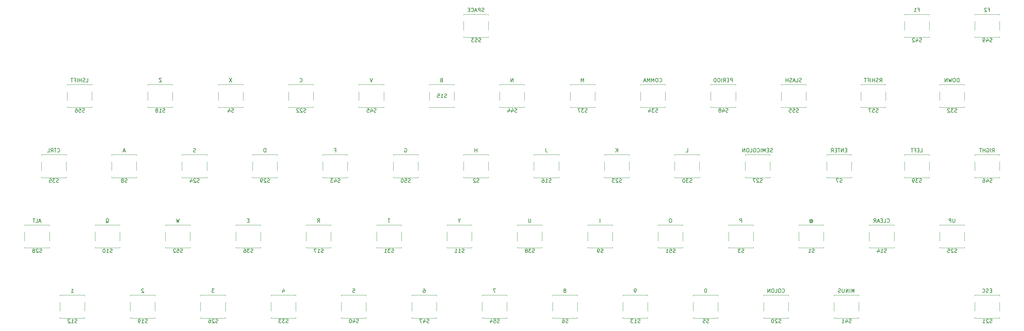
<source format=gbo>
G04 #@! TF.GenerationSoftware,KiCad,Pcbnew,(5.1.10)-1*
G04 #@! TF.CreationDate,2021-10-26T21:43:45-04:00*
G04 #@! TF.ProjectId,CoCo3SwitchBoard,436f436f-3353-4776-9974-6368426f6172,1.0*
G04 #@! TF.SameCoordinates,Original*
G04 #@! TF.FileFunction,Legend,Bot*
G04 #@! TF.FilePolarity,Positive*
%FSLAX46Y46*%
G04 Gerber Fmt 4.6, Leading zero omitted, Abs format (unit mm)*
G04 Created by KiCad (PCBNEW (5.1.10)-1) date 2021-10-26 21:43:45*
%MOMM*%
%LPD*%
G01*
G04 APERTURE LIST*
%ADD10C,0.120000*%
%ADD11C,0.150000*%
G04 APERTURE END LIST*
D10*
X236400000Y65600000D02*
X243100000Y65600000D01*
X243100000Y59400000D02*
X236400000Y59400000D01*
X243100000Y61300000D02*
X243100000Y63700000D01*
X236400000Y61300000D02*
X236400000Y63700000D01*
X236400000Y59400000D02*
X236400000Y59600000D01*
X236400000Y65600000D02*
X236400000Y65400000D01*
X243100000Y65600000D02*
X243100000Y65400000D01*
X243100000Y59400000D02*
X243100000Y59600000D01*
X22150000Y65600000D02*
X28850000Y65600000D01*
X28850000Y59400000D02*
X22150000Y59400000D01*
X28850000Y61300000D02*
X28850000Y63700000D01*
X22150000Y61300000D02*
X22150000Y63700000D01*
X22150000Y59400000D02*
X22150000Y59600000D01*
X22150000Y65600000D02*
X22150000Y65400000D01*
X28850000Y65600000D02*
X28850000Y65400000D01*
X28850000Y59400000D02*
X28850000Y59600000D01*
X214900000Y65600000D02*
X221600000Y65600000D01*
X221600000Y59400000D02*
X214900000Y59400000D01*
X221600000Y61300000D02*
X221600000Y63700000D01*
X214900000Y61300000D02*
X214900000Y63700000D01*
X214900000Y59400000D02*
X214900000Y59600000D01*
X214900000Y65600000D02*
X214900000Y65400000D01*
X221600000Y65600000D02*
X221600000Y65400000D01*
X221600000Y59400000D02*
X221600000Y59600000D01*
X134150000Y8600000D02*
X140850000Y8600000D01*
X140850000Y2400000D02*
X134150000Y2400000D01*
X140850000Y4300000D02*
X140850000Y6700000D01*
X134150000Y4300000D02*
X134150000Y6700000D01*
X134150000Y2400000D02*
X134150000Y2600000D01*
X134150000Y8600000D02*
X134150000Y8400000D01*
X140850000Y8600000D02*
X140850000Y8400000D01*
X140850000Y2400000D02*
X140850000Y2600000D01*
X129150000Y84600000D02*
X135850000Y84600000D01*
X135850000Y78400000D02*
X129150000Y78400000D01*
X135850000Y80300000D02*
X135850000Y82700000D01*
X129150000Y80300000D02*
X129150000Y82700000D01*
X129150000Y78400000D02*
X129150000Y78600000D01*
X129150000Y84600000D02*
X129150000Y84400000D01*
X135850000Y84600000D02*
X135850000Y84400000D01*
X135850000Y78400000D02*
X135850000Y78600000D01*
X48650000Y27600000D02*
X55350000Y27600000D01*
X55350000Y21400000D02*
X48650000Y21400000D01*
X55350000Y23300000D02*
X55350000Y25700000D01*
X48650000Y23300000D02*
X48650000Y25700000D01*
X48650000Y21400000D02*
X48650000Y21600000D01*
X48650000Y27600000D02*
X48650000Y27400000D01*
X55350000Y27600000D02*
X55350000Y27400000D01*
X55350000Y21400000D02*
X55350000Y21600000D01*
X181650000Y27600000D02*
X188350000Y27600000D01*
X188350000Y21400000D02*
X181650000Y21400000D01*
X188350000Y23300000D02*
X188350000Y25700000D01*
X181650000Y23300000D02*
X181650000Y25700000D01*
X181650000Y21400000D02*
X181650000Y21600000D01*
X181650000Y27600000D02*
X181650000Y27400000D01*
X188350000Y27600000D02*
X188350000Y27400000D01*
X188350000Y21400000D02*
X188350000Y21600000D01*
X110150000Y46600000D02*
X116850000Y46600000D01*
X116850000Y40400000D02*
X110150000Y40400000D01*
X116850000Y42300000D02*
X116850000Y44700000D01*
X110150000Y42300000D02*
X110150000Y44700000D01*
X110150000Y40400000D02*
X110150000Y40600000D01*
X110150000Y46600000D02*
X110150000Y46400000D01*
X116850000Y46600000D02*
X116850000Y46400000D01*
X116850000Y40400000D02*
X116850000Y40600000D01*
X267150000Y84600000D02*
X273850000Y84600000D01*
X273850000Y78400000D02*
X267150000Y78400000D01*
X273850000Y80300000D02*
X273850000Y82700000D01*
X267150000Y80300000D02*
X267150000Y82700000D01*
X267150000Y78400000D02*
X267150000Y78600000D01*
X267150000Y84600000D02*
X267150000Y84400000D01*
X273850000Y84600000D02*
X273850000Y84400000D01*
X273850000Y78400000D02*
X273850000Y78600000D01*
X195900000Y65600000D02*
X202600000Y65600000D01*
X202600000Y59400000D02*
X195900000Y59400000D01*
X202600000Y61300000D02*
X202600000Y63700000D01*
X195900000Y61300000D02*
X195900000Y63700000D01*
X195900000Y59400000D02*
X195900000Y59600000D01*
X195900000Y65600000D02*
X195900000Y65400000D01*
X202600000Y65600000D02*
X202600000Y65400000D01*
X202600000Y59400000D02*
X202600000Y59600000D01*
X115150000Y8600000D02*
X121850000Y8600000D01*
X121850000Y2400000D02*
X115150000Y2400000D01*
X121850000Y4300000D02*
X121850000Y6700000D01*
X115150000Y4300000D02*
X115150000Y6700000D01*
X115150000Y2400000D02*
X115150000Y2600000D01*
X115150000Y8600000D02*
X115150000Y8400000D01*
X121850000Y8600000D02*
X121850000Y8400000D01*
X121850000Y2400000D02*
X121850000Y2600000D01*
X267150000Y46600000D02*
X273850000Y46600000D01*
X273850000Y40400000D02*
X267150000Y40400000D01*
X273850000Y42300000D02*
X273850000Y44700000D01*
X267150000Y42300000D02*
X267150000Y44700000D01*
X267150000Y40400000D02*
X267150000Y40600000D01*
X267150000Y46600000D02*
X267150000Y46400000D01*
X273850000Y46600000D02*
X273850000Y46400000D01*
X273850000Y40400000D02*
X273850000Y40600000D01*
X100900000Y65600000D02*
X107600000Y65600000D01*
X107600000Y59400000D02*
X100900000Y59400000D01*
X107600000Y61300000D02*
X107600000Y63700000D01*
X100900000Y61300000D02*
X100900000Y63700000D01*
X100900000Y59400000D02*
X100900000Y59600000D01*
X100900000Y65600000D02*
X100900000Y65400000D01*
X107600000Y65600000D02*
X107600000Y65400000D01*
X107600000Y59400000D02*
X107600000Y59600000D01*
X138900000Y65600000D02*
X145600000Y65600000D01*
X145600000Y59400000D02*
X138900000Y59400000D01*
X145600000Y61300000D02*
X145600000Y63700000D01*
X138900000Y61300000D02*
X138900000Y63700000D01*
X138900000Y59400000D02*
X138900000Y59600000D01*
X138900000Y65600000D02*
X138900000Y65400000D01*
X145600000Y65600000D02*
X145600000Y65400000D01*
X145600000Y59400000D02*
X145600000Y59600000D01*
X91150000Y46600000D02*
X97850000Y46600000D01*
X97850000Y40400000D02*
X91150000Y40400000D01*
X97850000Y42300000D02*
X97850000Y44700000D01*
X91150000Y42300000D02*
X91150000Y44700000D01*
X91150000Y40400000D02*
X91150000Y40600000D01*
X91150000Y46600000D02*
X91150000Y46400000D01*
X97850000Y46600000D02*
X97850000Y46400000D01*
X97850000Y40400000D02*
X97850000Y40600000D01*
X248150000Y84600000D02*
X254850000Y84600000D01*
X254850000Y78400000D02*
X248150000Y78400000D01*
X254850000Y80300000D02*
X254850000Y82700000D01*
X248150000Y80300000D02*
X248150000Y82700000D01*
X248150000Y78400000D02*
X248150000Y78600000D01*
X248150000Y84600000D02*
X248150000Y84400000D01*
X254850000Y84600000D02*
X254850000Y84400000D01*
X254850000Y78400000D02*
X254850000Y78600000D01*
X229150000Y8600000D02*
X235850000Y8600000D01*
X235850000Y2400000D02*
X229150000Y2400000D01*
X235850000Y4300000D02*
X235850000Y6700000D01*
X229150000Y4300000D02*
X229150000Y6700000D01*
X229150000Y2400000D02*
X229150000Y2600000D01*
X229150000Y8600000D02*
X229150000Y8400000D01*
X235850000Y8600000D02*
X235850000Y8400000D01*
X235850000Y2400000D02*
X235850000Y2600000D01*
X96150000Y8600000D02*
X102850000Y8600000D01*
X102850000Y2400000D02*
X96150000Y2400000D01*
X102850000Y4300000D02*
X102850000Y6700000D01*
X96150000Y4300000D02*
X96150000Y6700000D01*
X96150000Y2400000D02*
X96150000Y2600000D01*
X96150000Y8600000D02*
X96150000Y8400000D01*
X102850000Y8600000D02*
X102850000Y8400000D01*
X102850000Y2400000D02*
X102850000Y2600000D01*
X248150000Y46600000D02*
X254850000Y46600000D01*
X254850000Y40400000D02*
X248150000Y40400000D01*
X254850000Y42300000D02*
X254850000Y44700000D01*
X248150000Y42300000D02*
X248150000Y44700000D01*
X248150000Y40400000D02*
X248150000Y40600000D01*
X248150000Y46600000D02*
X248150000Y46400000D01*
X254850000Y46600000D02*
X254850000Y46400000D01*
X254850000Y40400000D02*
X254850000Y40600000D01*
X143650000Y27600000D02*
X150350000Y27600000D01*
X150350000Y21400000D02*
X143650000Y21400000D01*
X150350000Y23300000D02*
X150350000Y25700000D01*
X143650000Y23300000D02*
X143650000Y25700000D01*
X143650000Y21400000D02*
X143650000Y21600000D01*
X143650000Y27600000D02*
X143650000Y27400000D01*
X150350000Y27600000D02*
X150350000Y27400000D01*
X150350000Y21400000D02*
X150350000Y21600000D01*
X157900000Y65600000D02*
X164600000Y65600000D01*
X164600000Y59400000D02*
X157900000Y59400000D01*
X164600000Y61300000D02*
X164600000Y63700000D01*
X157900000Y61300000D02*
X157900000Y63700000D01*
X157900000Y59400000D02*
X157900000Y59600000D01*
X157900000Y65600000D02*
X157900000Y65400000D01*
X164600000Y65600000D02*
X164600000Y65400000D01*
X164600000Y59400000D02*
X164600000Y59600000D01*
X67650000Y27600000D02*
X74350000Y27600000D01*
X74350000Y21400000D02*
X67650000Y21400000D01*
X74350000Y23300000D02*
X74350000Y25700000D01*
X67650000Y23300000D02*
X67650000Y25700000D01*
X67650000Y21400000D02*
X67650000Y21600000D01*
X67650000Y27600000D02*
X67650000Y27400000D01*
X74350000Y27600000D02*
X74350000Y27400000D01*
X74350000Y21400000D02*
X74350000Y21600000D01*
X15150000Y46600000D02*
X21850000Y46600000D01*
X21850000Y40400000D02*
X15150000Y40400000D01*
X21850000Y42300000D02*
X21850000Y44700000D01*
X15150000Y42300000D02*
X15150000Y44700000D01*
X15150000Y40400000D02*
X15150000Y40600000D01*
X15150000Y46600000D02*
X15150000Y46400000D01*
X21850000Y46600000D02*
X21850000Y46400000D01*
X21850000Y40400000D02*
X21850000Y40600000D01*
X176900000Y65600000D02*
X183600000Y65600000D01*
X183600000Y59400000D02*
X176900000Y59400000D01*
X183600000Y61300000D02*
X183600000Y63700000D01*
X176900000Y61300000D02*
X176900000Y63700000D01*
X176900000Y59400000D02*
X176900000Y59600000D01*
X176900000Y65600000D02*
X176900000Y65400000D01*
X183600000Y65600000D02*
X183600000Y65400000D01*
X183600000Y59400000D02*
X183600000Y59600000D01*
X77150000Y8600000D02*
X83850000Y8600000D01*
X83850000Y2400000D02*
X77150000Y2400000D01*
X83850000Y4300000D02*
X83850000Y6700000D01*
X77150000Y4300000D02*
X77150000Y6700000D01*
X77150000Y2400000D02*
X77150000Y2600000D01*
X77150000Y8600000D02*
X77150000Y8400000D01*
X83850000Y8600000D02*
X83850000Y8400000D01*
X83850000Y2400000D02*
X83850000Y2600000D01*
X257650000Y65600000D02*
X264350000Y65600000D01*
X264350000Y59400000D02*
X257650000Y59400000D01*
X264350000Y61300000D02*
X264350000Y63700000D01*
X257650000Y61300000D02*
X257650000Y63700000D01*
X257650000Y59400000D02*
X257650000Y59600000D01*
X257650000Y65600000D02*
X257650000Y65400000D01*
X264350000Y65600000D02*
X264350000Y65400000D01*
X264350000Y59400000D02*
X264350000Y59600000D01*
X105650000Y27600000D02*
X112350000Y27600000D01*
X112350000Y21400000D02*
X105650000Y21400000D01*
X112350000Y23300000D02*
X112350000Y25700000D01*
X105650000Y23300000D02*
X105650000Y25700000D01*
X105650000Y21400000D02*
X105650000Y21600000D01*
X105650000Y27600000D02*
X105650000Y27400000D01*
X112350000Y27600000D02*
X112350000Y27400000D01*
X112350000Y21400000D02*
X112350000Y21600000D01*
X186150000Y46600000D02*
X192850000Y46600000D01*
X192850000Y40400000D02*
X186150000Y40400000D01*
X192850000Y42300000D02*
X192850000Y44700000D01*
X186150000Y42300000D02*
X186150000Y44700000D01*
X186150000Y40400000D02*
X186150000Y40600000D01*
X186150000Y46600000D02*
X186150000Y46400000D01*
X192850000Y46600000D02*
X192850000Y46400000D01*
X192850000Y40400000D02*
X192850000Y40600000D01*
X72150000Y46600000D02*
X78850000Y46600000D01*
X78850000Y40400000D02*
X72150000Y40400000D01*
X78850000Y42300000D02*
X78850000Y44700000D01*
X72150000Y42300000D02*
X72150000Y44700000D01*
X72150000Y40400000D02*
X72150000Y40600000D01*
X72150000Y46600000D02*
X72150000Y46400000D01*
X78850000Y46600000D02*
X78850000Y46400000D01*
X78850000Y40400000D02*
X78850000Y40600000D01*
X10650000Y27600000D02*
X17350000Y27600000D01*
X17350000Y21400000D02*
X10650000Y21400000D01*
X17350000Y23300000D02*
X17350000Y25700000D01*
X10650000Y23300000D02*
X10650000Y25700000D01*
X10650000Y21400000D02*
X10650000Y21600000D01*
X10650000Y27600000D02*
X10650000Y27400000D01*
X17350000Y27600000D02*
X17350000Y27400000D01*
X17350000Y21400000D02*
X17350000Y21600000D01*
X205150000Y46600000D02*
X211850000Y46600000D01*
X211850000Y40400000D02*
X205150000Y40400000D01*
X211850000Y42300000D02*
X211850000Y44700000D01*
X205150000Y42300000D02*
X205150000Y44700000D01*
X205150000Y40400000D02*
X205150000Y40600000D01*
X205150000Y46600000D02*
X205150000Y46400000D01*
X211850000Y46600000D02*
X211850000Y46400000D01*
X211850000Y40400000D02*
X211850000Y40600000D01*
X58150000Y8600000D02*
X64850000Y8600000D01*
X64850000Y2400000D02*
X58150000Y2400000D01*
X64850000Y4300000D02*
X64850000Y6700000D01*
X58150000Y4300000D02*
X58150000Y6700000D01*
X58150000Y2400000D02*
X58150000Y2600000D01*
X58150000Y8600000D02*
X58150000Y8400000D01*
X64850000Y8600000D02*
X64850000Y8400000D01*
X64850000Y2400000D02*
X64850000Y2600000D01*
X257650000Y27600000D02*
X264350000Y27600000D01*
X264350000Y21400000D02*
X257650000Y21400000D01*
X264350000Y23300000D02*
X264350000Y25700000D01*
X257650000Y23300000D02*
X257650000Y25700000D01*
X257650000Y21400000D02*
X257650000Y21600000D01*
X257650000Y27600000D02*
X257650000Y27400000D01*
X264350000Y27600000D02*
X264350000Y27400000D01*
X264350000Y21400000D02*
X264350000Y21600000D01*
X53150000Y46600000D02*
X59850000Y46600000D01*
X59850000Y40400000D02*
X53150000Y40400000D01*
X59850000Y42300000D02*
X59850000Y44700000D01*
X53150000Y42300000D02*
X53150000Y44700000D01*
X53150000Y40400000D02*
X53150000Y40600000D01*
X53150000Y46600000D02*
X53150000Y46400000D01*
X59850000Y46600000D02*
X59850000Y46400000D01*
X59850000Y40400000D02*
X59850000Y40600000D01*
X167150000Y46600000D02*
X173850000Y46600000D01*
X173850000Y40400000D02*
X167150000Y40400000D01*
X173850000Y42300000D02*
X173850000Y44700000D01*
X167150000Y42300000D02*
X167150000Y44700000D01*
X167150000Y40400000D02*
X167150000Y40600000D01*
X167150000Y46600000D02*
X167150000Y46400000D01*
X173850000Y46600000D02*
X173850000Y46400000D01*
X173850000Y40400000D02*
X173850000Y40600000D01*
X81900000Y65600000D02*
X88600000Y65600000D01*
X88600000Y59400000D02*
X81900000Y59400000D01*
X88600000Y61300000D02*
X88600000Y63700000D01*
X81900000Y61300000D02*
X81900000Y63700000D01*
X81900000Y59400000D02*
X81900000Y59600000D01*
X81900000Y65600000D02*
X81900000Y65400000D01*
X88600000Y65600000D02*
X88600000Y65400000D01*
X88600000Y59400000D02*
X88600000Y59600000D01*
X267150000Y8600000D02*
X273850000Y8600000D01*
X273850000Y2400000D02*
X267150000Y2400000D01*
X273850000Y4300000D02*
X273850000Y6700000D01*
X267150000Y4300000D02*
X267150000Y6700000D01*
X267150000Y2400000D02*
X267150000Y2600000D01*
X267150000Y8600000D02*
X267150000Y8400000D01*
X273850000Y8600000D02*
X273850000Y8400000D01*
X273850000Y2400000D02*
X273850000Y2600000D01*
X210150000Y8600000D02*
X216850000Y8600000D01*
X216850000Y2400000D02*
X210150000Y2400000D01*
X216850000Y4300000D02*
X216850000Y6700000D01*
X210150000Y4300000D02*
X210150000Y6700000D01*
X210150000Y2400000D02*
X210150000Y2600000D01*
X210150000Y8600000D02*
X210150000Y8400000D01*
X216850000Y8600000D02*
X216850000Y8400000D01*
X216850000Y2400000D02*
X216850000Y2600000D01*
X39150000Y8600000D02*
X45850000Y8600000D01*
X45850000Y2400000D02*
X39150000Y2400000D01*
X45850000Y4300000D02*
X45850000Y6700000D01*
X39150000Y4300000D02*
X39150000Y6700000D01*
X39150000Y2400000D02*
X39150000Y2600000D01*
X39150000Y8600000D02*
X39150000Y8400000D01*
X45850000Y8600000D02*
X45850000Y8400000D01*
X45850000Y2400000D02*
X45850000Y2600000D01*
X43900000Y65600000D02*
X50600000Y65600000D01*
X50600000Y59400000D02*
X43900000Y59400000D01*
X50600000Y61300000D02*
X50600000Y63700000D01*
X43900000Y61300000D02*
X43900000Y63700000D01*
X43900000Y59400000D02*
X43900000Y59600000D01*
X43900000Y65600000D02*
X43900000Y65400000D01*
X50600000Y65600000D02*
X50600000Y65400000D01*
X50600000Y59400000D02*
X50600000Y59600000D01*
X86650000Y27600000D02*
X93350000Y27600000D01*
X93350000Y21400000D02*
X86650000Y21400000D01*
X93350000Y23300000D02*
X93350000Y25700000D01*
X86650000Y23300000D02*
X86650000Y25700000D01*
X86650000Y21400000D02*
X86650000Y21600000D01*
X86650000Y27600000D02*
X86650000Y27400000D01*
X93350000Y27600000D02*
X93350000Y27400000D01*
X93350000Y21400000D02*
X93350000Y21600000D01*
X148150000Y46600000D02*
X154850000Y46600000D01*
X154850000Y40400000D02*
X148150000Y40400000D01*
X154850000Y42300000D02*
X154850000Y44700000D01*
X148150000Y42300000D02*
X148150000Y44700000D01*
X148150000Y40400000D02*
X148150000Y40600000D01*
X148150000Y46600000D02*
X148150000Y46400000D01*
X154850000Y46600000D02*
X154850000Y46400000D01*
X154850000Y40400000D02*
X154850000Y40600000D01*
X119900000Y65600000D02*
X126600000Y65600000D01*
X126600000Y59400000D02*
X119900000Y59400000D01*
X126600000Y61300000D02*
X126600000Y63700000D01*
X119900000Y61300000D02*
X119900000Y63700000D01*
X119900000Y59400000D02*
X119900000Y59600000D01*
X119900000Y65600000D02*
X119900000Y65400000D01*
X126600000Y65600000D02*
X126600000Y65400000D01*
X126600000Y59400000D02*
X126600000Y59600000D01*
X238650000Y27600000D02*
X245350000Y27600000D01*
X245350000Y21400000D02*
X238650000Y21400000D01*
X245350000Y23300000D02*
X245350000Y25700000D01*
X238650000Y23300000D02*
X238650000Y25700000D01*
X238650000Y21400000D02*
X238650000Y21600000D01*
X238650000Y27600000D02*
X238650000Y27400000D01*
X245350000Y27600000D02*
X245350000Y27400000D01*
X245350000Y21400000D02*
X245350000Y21600000D01*
X172150000Y8600000D02*
X178850000Y8600000D01*
X178850000Y2400000D02*
X172150000Y2400000D01*
X178850000Y4300000D02*
X178850000Y6700000D01*
X172150000Y4300000D02*
X172150000Y6700000D01*
X172150000Y2400000D02*
X172150000Y2600000D01*
X172150000Y8600000D02*
X172150000Y8400000D01*
X178850000Y8600000D02*
X178850000Y8400000D01*
X178850000Y2400000D02*
X178850000Y2600000D01*
X20150000Y8600000D02*
X26850000Y8600000D01*
X26850000Y2400000D02*
X20150000Y2400000D01*
X26850000Y4300000D02*
X26850000Y6700000D01*
X20150000Y4300000D02*
X20150000Y6700000D01*
X20150000Y2400000D02*
X20150000Y2600000D01*
X20150000Y8600000D02*
X20150000Y8400000D01*
X26850000Y8600000D02*
X26850000Y8400000D01*
X26850000Y2400000D02*
X26850000Y2600000D01*
X124650000Y27600000D02*
X131350000Y27600000D01*
X131350000Y21400000D02*
X124650000Y21400000D01*
X131350000Y23300000D02*
X131350000Y25700000D01*
X124650000Y23300000D02*
X124650000Y25700000D01*
X124650000Y21400000D02*
X124650000Y21600000D01*
X124650000Y27600000D02*
X124650000Y27400000D01*
X131350000Y27600000D02*
X131350000Y27400000D01*
X131350000Y21400000D02*
X131350000Y21600000D01*
X29650000Y27600000D02*
X36350000Y27600000D01*
X36350000Y21400000D02*
X29650000Y21400000D01*
X36350000Y23300000D02*
X36350000Y25700000D01*
X29650000Y23300000D02*
X29650000Y25700000D01*
X29650000Y21400000D02*
X29650000Y21600000D01*
X29650000Y27600000D02*
X29650000Y27400000D01*
X36350000Y27600000D02*
X36350000Y27400000D01*
X36350000Y21400000D02*
X36350000Y21600000D01*
X162650000Y27600000D02*
X169350000Y27600000D01*
X169350000Y21400000D02*
X162650000Y21400000D01*
X169350000Y23300000D02*
X169350000Y25700000D01*
X162650000Y23300000D02*
X162650000Y25700000D01*
X162650000Y21400000D02*
X162650000Y21600000D01*
X162650000Y27600000D02*
X162650000Y27400000D01*
X169350000Y27600000D02*
X169350000Y27400000D01*
X169350000Y21400000D02*
X169350000Y21600000D01*
X34150000Y46600000D02*
X40850000Y46600000D01*
X40850000Y40400000D02*
X34150000Y40400000D01*
X40850000Y42300000D02*
X40850000Y44700000D01*
X34150000Y42300000D02*
X34150000Y44700000D01*
X34150000Y40400000D02*
X34150000Y40600000D01*
X34150000Y46600000D02*
X34150000Y46400000D01*
X40850000Y46600000D02*
X40850000Y46400000D01*
X40850000Y40400000D02*
X40850000Y40600000D01*
X227150000Y46600000D02*
X233850000Y46600000D01*
X233850000Y40400000D02*
X227150000Y40400000D01*
X233850000Y42300000D02*
X233850000Y44700000D01*
X227150000Y42300000D02*
X227150000Y44700000D01*
X227150000Y40400000D02*
X227150000Y40600000D01*
X227150000Y46600000D02*
X227150000Y46400000D01*
X233850000Y46600000D02*
X233850000Y46400000D01*
X233850000Y40400000D02*
X233850000Y40600000D01*
X153150000Y8600000D02*
X159850000Y8600000D01*
X159850000Y2400000D02*
X153150000Y2400000D01*
X159850000Y4300000D02*
X159850000Y6700000D01*
X153150000Y4300000D02*
X153150000Y6700000D01*
X153150000Y2400000D02*
X153150000Y2600000D01*
X153150000Y8600000D02*
X153150000Y8400000D01*
X159850000Y8600000D02*
X159850000Y8400000D01*
X159850000Y2400000D02*
X159850000Y2600000D01*
X191150000Y8600000D02*
X197850000Y8600000D01*
X197850000Y2400000D02*
X191150000Y2400000D01*
X197850000Y4300000D02*
X197850000Y6700000D01*
X191150000Y4300000D02*
X191150000Y6700000D01*
X191150000Y2400000D02*
X191150000Y2600000D01*
X191150000Y8600000D02*
X191150000Y8400000D01*
X197850000Y8600000D02*
X197850000Y8400000D01*
X197850000Y2400000D02*
X197850000Y2600000D01*
X62900000Y65600000D02*
X69600000Y65600000D01*
X69600000Y59400000D02*
X62900000Y59400000D01*
X69600000Y61300000D02*
X69600000Y63700000D01*
X62900000Y61300000D02*
X62900000Y63700000D01*
X62900000Y59400000D02*
X62900000Y59600000D01*
X62900000Y65600000D02*
X62900000Y65400000D01*
X69600000Y65600000D02*
X69600000Y65400000D01*
X69600000Y59400000D02*
X69600000Y59600000D01*
X200650000Y27600000D02*
X207350000Y27600000D01*
X207350000Y21400000D02*
X200650000Y21400000D01*
X207350000Y23300000D02*
X207350000Y25700000D01*
X200650000Y23300000D02*
X200650000Y25700000D01*
X200650000Y21400000D02*
X200650000Y21600000D01*
X200650000Y27600000D02*
X200650000Y27400000D01*
X207350000Y27600000D02*
X207350000Y27400000D01*
X207350000Y21400000D02*
X207350000Y21600000D01*
X129150000Y46600000D02*
X135850000Y46600000D01*
X135850000Y40400000D02*
X129150000Y40400000D01*
X135850000Y42300000D02*
X135850000Y44700000D01*
X129150000Y42300000D02*
X129150000Y44700000D01*
X129150000Y40400000D02*
X129150000Y40600000D01*
X129150000Y46600000D02*
X129150000Y46400000D01*
X135850000Y46600000D02*
X135850000Y46400000D01*
X135850000Y40400000D02*
X135850000Y40600000D01*
X219650000Y27600000D02*
X226350000Y27600000D01*
X226350000Y21400000D02*
X219650000Y21400000D01*
X226350000Y23300000D02*
X226350000Y25700000D01*
X219650000Y23300000D02*
X219650000Y25700000D01*
X219650000Y21400000D02*
X219650000Y21600000D01*
X219650000Y27600000D02*
X219650000Y27400000D01*
X226350000Y27600000D02*
X226350000Y27400000D01*
X226350000Y21400000D02*
X226350000Y21600000D01*
D11*
X241038095Y58145238D02*
X240895238Y58097619D01*
X240657142Y58097619D01*
X240561904Y58145238D01*
X240514285Y58192857D01*
X240466666Y58288095D01*
X240466666Y58383333D01*
X240514285Y58478571D01*
X240561904Y58526190D01*
X240657142Y58573809D01*
X240847619Y58621428D01*
X240942857Y58669047D01*
X240990476Y58716666D01*
X241038095Y58811904D01*
X241038095Y58907142D01*
X240990476Y59002380D01*
X240942857Y59050000D01*
X240847619Y59097619D01*
X240609523Y59097619D01*
X240466666Y59050000D01*
X239561904Y59097619D02*
X240038095Y59097619D01*
X240085714Y58621428D01*
X240038095Y58669047D01*
X239942857Y58716666D01*
X239704761Y58716666D01*
X239609523Y58669047D01*
X239561904Y58621428D01*
X239514285Y58526190D01*
X239514285Y58288095D01*
X239561904Y58192857D01*
X239609523Y58145238D01*
X239704761Y58097619D01*
X239942857Y58097619D01*
X240038095Y58145238D01*
X240085714Y58192857D01*
X239180952Y59097619D02*
X238514285Y59097619D01*
X238942857Y58097619D01*
X241488095Y66297619D02*
X241821428Y66773809D01*
X242059523Y66297619D02*
X242059523Y67297619D01*
X241678571Y67297619D01*
X241583333Y67250000D01*
X241535714Y67202380D01*
X241488095Y67107142D01*
X241488095Y66964285D01*
X241535714Y66869047D01*
X241583333Y66821428D01*
X241678571Y66773809D01*
X242059523Y66773809D01*
X241107142Y66345238D02*
X240964285Y66297619D01*
X240726190Y66297619D01*
X240630952Y66345238D01*
X240583333Y66392857D01*
X240535714Y66488095D01*
X240535714Y66583333D01*
X240583333Y66678571D01*
X240630952Y66726190D01*
X240726190Y66773809D01*
X240916666Y66821428D01*
X241011904Y66869047D01*
X241059523Y66916666D01*
X241107142Y67011904D01*
X241107142Y67107142D01*
X241059523Y67202380D01*
X241011904Y67250000D01*
X240916666Y67297619D01*
X240678571Y67297619D01*
X240535714Y67250000D01*
X240107142Y66297619D02*
X240107142Y67297619D01*
X240107142Y66821428D02*
X239535714Y66821428D01*
X239535714Y66297619D02*
X239535714Y67297619D01*
X239059523Y66297619D02*
X239059523Y67297619D01*
X238250000Y66821428D02*
X238583333Y66821428D01*
X238583333Y66297619D02*
X238583333Y67297619D01*
X238107142Y67297619D01*
X237869047Y67297619D02*
X237297619Y67297619D01*
X237583333Y66297619D02*
X237583333Y67297619D01*
X26788095Y58145238D02*
X26645238Y58097619D01*
X26407142Y58097619D01*
X26311904Y58145238D01*
X26264285Y58192857D01*
X26216666Y58288095D01*
X26216666Y58383333D01*
X26264285Y58478571D01*
X26311904Y58526190D01*
X26407142Y58573809D01*
X26597619Y58621428D01*
X26692857Y58669047D01*
X26740476Y58716666D01*
X26788095Y58811904D01*
X26788095Y58907142D01*
X26740476Y59002380D01*
X26692857Y59050000D01*
X26597619Y59097619D01*
X26359523Y59097619D01*
X26216666Y59050000D01*
X25311904Y59097619D02*
X25788095Y59097619D01*
X25835714Y58621428D01*
X25788095Y58669047D01*
X25692857Y58716666D01*
X25454761Y58716666D01*
X25359523Y58669047D01*
X25311904Y58621428D01*
X25264285Y58526190D01*
X25264285Y58288095D01*
X25311904Y58192857D01*
X25359523Y58145238D01*
X25454761Y58097619D01*
X25692857Y58097619D01*
X25788095Y58145238D01*
X25835714Y58192857D01*
X24407142Y59097619D02*
X24597619Y59097619D01*
X24692857Y59050000D01*
X24740476Y59002380D01*
X24835714Y58859523D01*
X24883333Y58669047D01*
X24883333Y58288095D01*
X24835714Y58192857D01*
X24788095Y58145238D01*
X24692857Y58097619D01*
X24502380Y58097619D01*
X24407142Y58145238D01*
X24359523Y58192857D01*
X24311904Y58288095D01*
X24311904Y58526190D01*
X24359523Y58621428D01*
X24407142Y58669047D01*
X24502380Y58716666D01*
X24692857Y58716666D01*
X24788095Y58669047D01*
X24835714Y58621428D01*
X24883333Y58526190D01*
X27238095Y66297619D02*
X27714285Y66297619D01*
X27714285Y67297619D01*
X26952380Y66345238D02*
X26809523Y66297619D01*
X26571428Y66297619D01*
X26476190Y66345238D01*
X26428571Y66392857D01*
X26380952Y66488095D01*
X26380952Y66583333D01*
X26428571Y66678571D01*
X26476190Y66726190D01*
X26571428Y66773809D01*
X26761904Y66821428D01*
X26857142Y66869047D01*
X26904761Y66916666D01*
X26952380Y67011904D01*
X26952380Y67107142D01*
X26904761Y67202380D01*
X26857142Y67250000D01*
X26761904Y67297619D01*
X26523809Y67297619D01*
X26380952Y67250000D01*
X25952380Y66297619D02*
X25952380Y67297619D01*
X25952380Y66821428D02*
X25380952Y66821428D01*
X25380952Y66297619D02*
X25380952Y67297619D01*
X24904761Y66297619D02*
X24904761Y67297619D01*
X24095238Y66821428D02*
X24428571Y66821428D01*
X24428571Y66297619D02*
X24428571Y67297619D01*
X23952380Y67297619D01*
X23714285Y67297619D02*
X23142857Y67297619D01*
X23428571Y66297619D02*
X23428571Y67297619D01*
X219538095Y58145238D02*
X219395238Y58097619D01*
X219157142Y58097619D01*
X219061904Y58145238D01*
X219014285Y58192857D01*
X218966666Y58288095D01*
X218966666Y58383333D01*
X219014285Y58478571D01*
X219061904Y58526190D01*
X219157142Y58573809D01*
X219347619Y58621428D01*
X219442857Y58669047D01*
X219490476Y58716666D01*
X219538095Y58811904D01*
X219538095Y58907142D01*
X219490476Y59002380D01*
X219442857Y59050000D01*
X219347619Y59097619D01*
X219109523Y59097619D01*
X218966666Y59050000D01*
X218061904Y59097619D02*
X218538095Y59097619D01*
X218585714Y58621428D01*
X218538095Y58669047D01*
X218442857Y58716666D01*
X218204761Y58716666D01*
X218109523Y58669047D01*
X218061904Y58621428D01*
X218014285Y58526190D01*
X218014285Y58288095D01*
X218061904Y58192857D01*
X218109523Y58145238D01*
X218204761Y58097619D01*
X218442857Y58097619D01*
X218538095Y58145238D01*
X218585714Y58192857D01*
X217109523Y59097619D02*
X217585714Y59097619D01*
X217633333Y58621428D01*
X217585714Y58669047D01*
X217490476Y58716666D01*
X217252380Y58716666D01*
X217157142Y58669047D01*
X217109523Y58621428D01*
X217061904Y58526190D01*
X217061904Y58288095D01*
X217109523Y58192857D01*
X217157142Y58145238D01*
X217252380Y58097619D01*
X217490476Y58097619D01*
X217585714Y58145238D01*
X217633333Y58192857D01*
X220369047Y66345238D02*
X220226190Y66297619D01*
X219988095Y66297619D01*
X219892857Y66345238D01*
X219845238Y66392857D01*
X219797619Y66488095D01*
X219797619Y66583333D01*
X219845238Y66678571D01*
X219892857Y66726190D01*
X219988095Y66773809D01*
X220178571Y66821428D01*
X220273809Y66869047D01*
X220321428Y66916666D01*
X220369047Y67011904D01*
X220369047Y67107142D01*
X220321428Y67202380D01*
X220273809Y67250000D01*
X220178571Y67297619D01*
X219940476Y67297619D01*
X219797619Y67250000D01*
X218892857Y66297619D02*
X219369047Y66297619D01*
X219369047Y67297619D01*
X218607142Y66583333D02*
X218130952Y66583333D01*
X218702380Y66297619D02*
X218369047Y67297619D01*
X218035714Y66297619D01*
X217750000Y66345238D02*
X217607142Y66297619D01*
X217369047Y66297619D01*
X217273809Y66345238D01*
X217226190Y66392857D01*
X217178571Y66488095D01*
X217178571Y66583333D01*
X217226190Y66678571D01*
X217273809Y66726190D01*
X217369047Y66773809D01*
X217559523Y66821428D01*
X217654761Y66869047D01*
X217702380Y66916666D01*
X217750000Y67011904D01*
X217750000Y67107142D01*
X217702380Y67202380D01*
X217654761Y67250000D01*
X217559523Y67297619D01*
X217321428Y67297619D01*
X217178571Y67250000D01*
X216750000Y66297619D02*
X216750000Y67297619D01*
X216750000Y66821428D02*
X216178571Y66821428D01*
X216178571Y66297619D02*
X216178571Y67297619D01*
X138788095Y1145238D02*
X138645238Y1097619D01*
X138407142Y1097619D01*
X138311904Y1145238D01*
X138264285Y1192857D01*
X138216666Y1288095D01*
X138216666Y1383333D01*
X138264285Y1478571D01*
X138311904Y1526190D01*
X138407142Y1573809D01*
X138597619Y1621428D01*
X138692857Y1669047D01*
X138740476Y1716666D01*
X138788095Y1811904D01*
X138788095Y1907142D01*
X138740476Y2002380D01*
X138692857Y2050000D01*
X138597619Y2097619D01*
X138359523Y2097619D01*
X138216666Y2050000D01*
X137311904Y2097619D02*
X137788095Y2097619D01*
X137835714Y1621428D01*
X137788095Y1669047D01*
X137692857Y1716666D01*
X137454761Y1716666D01*
X137359523Y1669047D01*
X137311904Y1621428D01*
X137264285Y1526190D01*
X137264285Y1288095D01*
X137311904Y1192857D01*
X137359523Y1145238D01*
X137454761Y1097619D01*
X137692857Y1097619D01*
X137788095Y1145238D01*
X137835714Y1192857D01*
X136407142Y1764285D02*
X136407142Y1097619D01*
X136645238Y2145238D02*
X136883333Y1430952D01*
X136264285Y1430952D01*
X137833333Y10297619D02*
X137166666Y10297619D01*
X137595238Y9297619D01*
X133788095Y77145238D02*
X133645238Y77097619D01*
X133407142Y77097619D01*
X133311904Y77145238D01*
X133264285Y77192857D01*
X133216666Y77288095D01*
X133216666Y77383333D01*
X133264285Y77478571D01*
X133311904Y77526190D01*
X133407142Y77573809D01*
X133597619Y77621428D01*
X133692857Y77669047D01*
X133740476Y77716666D01*
X133788095Y77811904D01*
X133788095Y77907142D01*
X133740476Y78002380D01*
X133692857Y78050000D01*
X133597619Y78097619D01*
X133359523Y78097619D01*
X133216666Y78050000D01*
X132311904Y78097619D02*
X132788095Y78097619D01*
X132835714Y77621428D01*
X132788095Y77669047D01*
X132692857Y77716666D01*
X132454761Y77716666D01*
X132359523Y77669047D01*
X132311904Y77621428D01*
X132264285Y77526190D01*
X132264285Y77288095D01*
X132311904Y77192857D01*
X132359523Y77145238D01*
X132454761Y77097619D01*
X132692857Y77097619D01*
X132788095Y77145238D01*
X132835714Y77192857D01*
X131930952Y78097619D02*
X131311904Y78097619D01*
X131645238Y77716666D01*
X131502380Y77716666D01*
X131407142Y77669047D01*
X131359523Y77621428D01*
X131311904Y77526190D01*
X131311904Y77288095D01*
X131359523Y77192857D01*
X131407142Y77145238D01*
X131502380Y77097619D01*
X131788095Y77097619D01*
X131883333Y77145238D01*
X131930952Y77192857D01*
X134666666Y85345238D02*
X134523809Y85297619D01*
X134285714Y85297619D01*
X134190476Y85345238D01*
X134142857Y85392857D01*
X134095238Y85488095D01*
X134095238Y85583333D01*
X134142857Y85678571D01*
X134190476Y85726190D01*
X134285714Y85773809D01*
X134476190Y85821428D01*
X134571428Y85869047D01*
X134619047Y85916666D01*
X134666666Y86011904D01*
X134666666Y86107142D01*
X134619047Y86202380D01*
X134571428Y86250000D01*
X134476190Y86297619D01*
X134238095Y86297619D01*
X134095238Y86250000D01*
X133666666Y85297619D02*
X133666666Y86297619D01*
X133285714Y86297619D01*
X133190476Y86250000D01*
X133142857Y86202380D01*
X133095238Y86107142D01*
X133095238Y85964285D01*
X133142857Y85869047D01*
X133190476Y85821428D01*
X133285714Y85773809D01*
X133666666Y85773809D01*
X132714285Y85583333D02*
X132238095Y85583333D01*
X132809523Y85297619D02*
X132476190Y86297619D01*
X132142857Y85297619D01*
X131238095Y85392857D02*
X131285714Y85345238D01*
X131428571Y85297619D01*
X131523809Y85297619D01*
X131666666Y85345238D01*
X131761904Y85440476D01*
X131809523Y85535714D01*
X131857142Y85726190D01*
X131857142Y85869047D01*
X131809523Y86059523D01*
X131761904Y86154761D01*
X131666666Y86250000D01*
X131523809Y86297619D01*
X131428571Y86297619D01*
X131285714Y86250000D01*
X131238095Y86202380D01*
X130809523Y85821428D02*
X130476190Y85821428D01*
X130333333Y85297619D02*
X130809523Y85297619D01*
X130809523Y86297619D01*
X130333333Y86297619D01*
X53288095Y20145238D02*
X53145238Y20097619D01*
X52907142Y20097619D01*
X52811904Y20145238D01*
X52764285Y20192857D01*
X52716666Y20288095D01*
X52716666Y20383333D01*
X52764285Y20478571D01*
X52811904Y20526190D01*
X52907142Y20573809D01*
X53097619Y20621428D01*
X53192857Y20669047D01*
X53240476Y20716666D01*
X53288095Y20811904D01*
X53288095Y20907142D01*
X53240476Y21002380D01*
X53192857Y21050000D01*
X53097619Y21097619D01*
X52859523Y21097619D01*
X52716666Y21050000D01*
X51811904Y21097619D02*
X52288095Y21097619D01*
X52335714Y20621428D01*
X52288095Y20669047D01*
X52192857Y20716666D01*
X51954761Y20716666D01*
X51859523Y20669047D01*
X51811904Y20621428D01*
X51764285Y20526190D01*
X51764285Y20288095D01*
X51811904Y20192857D01*
X51859523Y20145238D01*
X51954761Y20097619D01*
X52192857Y20097619D01*
X52288095Y20145238D01*
X52335714Y20192857D01*
X51383333Y21002380D02*
X51335714Y21050000D01*
X51240476Y21097619D01*
X51002380Y21097619D01*
X50907142Y21050000D01*
X50859523Y21002380D01*
X50811904Y20907142D01*
X50811904Y20811904D01*
X50859523Y20669047D01*
X51430952Y20097619D01*
X50811904Y20097619D01*
X52428571Y29297619D02*
X52190476Y28297619D01*
X52000000Y29011904D01*
X51809523Y28297619D01*
X51571428Y29297619D01*
X186288095Y20145238D02*
X186145238Y20097619D01*
X185907142Y20097619D01*
X185811904Y20145238D01*
X185764285Y20192857D01*
X185716666Y20288095D01*
X185716666Y20383333D01*
X185764285Y20478571D01*
X185811904Y20526190D01*
X185907142Y20573809D01*
X186097619Y20621428D01*
X186192857Y20669047D01*
X186240476Y20716666D01*
X186288095Y20811904D01*
X186288095Y20907142D01*
X186240476Y21002380D01*
X186192857Y21050000D01*
X186097619Y21097619D01*
X185859523Y21097619D01*
X185716666Y21050000D01*
X184811904Y21097619D02*
X185288095Y21097619D01*
X185335714Y20621428D01*
X185288095Y20669047D01*
X185192857Y20716666D01*
X184954761Y20716666D01*
X184859523Y20669047D01*
X184811904Y20621428D01*
X184764285Y20526190D01*
X184764285Y20288095D01*
X184811904Y20192857D01*
X184859523Y20145238D01*
X184954761Y20097619D01*
X185192857Y20097619D01*
X185288095Y20145238D01*
X185335714Y20192857D01*
X183811904Y20097619D02*
X184383333Y20097619D01*
X184097619Y20097619D02*
X184097619Y21097619D01*
X184192857Y20954761D01*
X184288095Y20859523D01*
X184383333Y20811904D01*
X185095238Y29297619D02*
X184904761Y29297619D01*
X184809523Y29250000D01*
X184714285Y29154761D01*
X184666666Y28964285D01*
X184666666Y28630952D01*
X184714285Y28440476D01*
X184809523Y28345238D01*
X184904761Y28297619D01*
X185095238Y28297619D01*
X185190476Y28345238D01*
X185285714Y28440476D01*
X185333333Y28630952D01*
X185333333Y28964285D01*
X185285714Y29154761D01*
X185190476Y29250000D01*
X185095238Y29297619D01*
X114788095Y39145238D02*
X114645238Y39097619D01*
X114407142Y39097619D01*
X114311904Y39145238D01*
X114264285Y39192857D01*
X114216666Y39288095D01*
X114216666Y39383333D01*
X114264285Y39478571D01*
X114311904Y39526190D01*
X114407142Y39573809D01*
X114597619Y39621428D01*
X114692857Y39669047D01*
X114740476Y39716666D01*
X114788095Y39811904D01*
X114788095Y39907142D01*
X114740476Y40002380D01*
X114692857Y40050000D01*
X114597619Y40097619D01*
X114359523Y40097619D01*
X114216666Y40050000D01*
X113311904Y40097619D02*
X113788095Y40097619D01*
X113835714Y39621428D01*
X113788095Y39669047D01*
X113692857Y39716666D01*
X113454761Y39716666D01*
X113359523Y39669047D01*
X113311904Y39621428D01*
X113264285Y39526190D01*
X113264285Y39288095D01*
X113311904Y39192857D01*
X113359523Y39145238D01*
X113454761Y39097619D01*
X113692857Y39097619D01*
X113788095Y39145238D01*
X113835714Y39192857D01*
X112645238Y40097619D02*
X112550000Y40097619D01*
X112454761Y40050000D01*
X112407142Y40002380D01*
X112359523Y39907142D01*
X112311904Y39716666D01*
X112311904Y39478571D01*
X112359523Y39288095D01*
X112407142Y39192857D01*
X112454761Y39145238D01*
X112550000Y39097619D01*
X112645238Y39097619D01*
X112740476Y39145238D01*
X112788095Y39192857D01*
X112835714Y39288095D01*
X112883333Y39478571D01*
X112883333Y39716666D01*
X112835714Y39907142D01*
X112788095Y40002380D01*
X112740476Y40050000D01*
X112645238Y40097619D01*
X113238095Y48250000D02*
X113333333Y48297619D01*
X113476190Y48297619D01*
X113619047Y48250000D01*
X113714285Y48154761D01*
X113761904Y48059523D01*
X113809523Y47869047D01*
X113809523Y47726190D01*
X113761904Y47535714D01*
X113714285Y47440476D01*
X113619047Y47345238D01*
X113476190Y47297619D01*
X113380952Y47297619D01*
X113238095Y47345238D01*
X113190476Y47392857D01*
X113190476Y47726190D01*
X113380952Y47726190D01*
X271788095Y77145238D02*
X271645238Y77097619D01*
X271407142Y77097619D01*
X271311904Y77145238D01*
X271264285Y77192857D01*
X271216666Y77288095D01*
X271216666Y77383333D01*
X271264285Y77478571D01*
X271311904Y77526190D01*
X271407142Y77573809D01*
X271597619Y77621428D01*
X271692857Y77669047D01*
X271740476Y77716666D01*
X271788095Y77811904D01*
X271788095Y77907142D01*
X271740476Y78002380D01*
X271692857Y78050000D01*
X271597619Y78097619D01*
X271359523Y78097619D01*
X271216666Y78050000D01*
X270359523Y77764285D02*
X270359523Y77097619D01*
X270597619Y78145238D02*
X270835714Y77430952D01*
X270216666Y77430952D01*
X269788095Y77097619D02*
X269597619Y77097619D01*
X269502380Y77145238D01*
X269454761Y77192857D01*
X269359523Y77335714D01*
X269311904Y77526190D01*
X269311904Y77907142D01*
X269359523Y78002380D01*
X269407142Y78050000D01*
X269502380Y78097619D01*
X269692857Y78097619D01*
X269788095Y78050000D01*
X269835714Y78002380D01*
X269883333Y77907142D01*
X269883333Y77669047D01*
X269835714Y77573809D01*
X269788095Y77526190D01*
X269692857Y77478571D01*
X269502380Y77478571D01*
X269407142Y77526190D01*
X269359523Y77573809D01*
X269311904Y77669047D01*
X270833333Y85821428D02*
X271166666Y85821428D01*
X271166666Y85297619D02*
X271166666Y86297619D01*
X270690476Y86297619D01*
X270357142Y86202380D02*
X270309523Y86250000D01*
X270214285Y86297619D01*
X269976190Y86297619D01*
X269880952Y86250000D01*
X269833333Y86202380D01*
X269785714Y86107142D01*
X269785714Y86011904D01*
X269833333Y85869047D01*
X270404761Y85297619D01*
X269785714Y85297619D01*
X200538095Y58145238D02*
X200395238Y58097619D01*
X200157142Y58097619D01*
X200061904Y58145238D01*
X200014285Y58192857D01*
X199966666Y58288095D01*
X199966666Y58383333D01*
X200014285Y58478571D01*
X200061904Y58526190D01*
X200157142Y58573809D01*
X200347619Y58621428D01*
X200442857Y58669047D01*
X200490476Y58716666D01*
X200538095Y58811904D01*
X200538095Y58907142D01*
X200490476Y59002380D01*
X200442857Y59050000D01*
X200347619Y59097619D01*
X200109523Y59097619D01*
X199966666Y59050000D01*
X199109523Y58764285D02*
X199109523Y58097619D01*
X199347619Y59145238D02*
X199585714Y58430952D01*
X198966666Y58430952D01*
X198442857Y58669047D02*
X198538095Y58716666D01*
X198585714Y58764285D01*
X198633333Y58859523D01*
X198633333Y58907142D01*
X198585714Y59002380D01*
X198538095Y59050000D01*
X198442857Y59097619D01*
X198252380Y59097619D01*
X198157142Y59050000D01*
X198109523Y59002380D01*
X198061904Y58907142D01*
X198061904Y58859523D01*
X198109523Y58764285D01*
X198157142Y58716666D01*
X198252380Y58669047D01*
X198442857Y58669047D01*
X198538095Y58621428D01*
X198585714Y58573809D01*
X198633333Y58478571D01*
X198633333Y58288095D01*
X198585714Y58192857D01*
X198538095Y58145238D01*
X198442857Y58097619D01*
X198252380Y58097619D01*
X198157142Y58145238D01*
X198109523Y58192857D01*
X198061904Y58288095D01*
X198061904Y58478571D01*
X198109523Y58573809D01*
X198157142Y58621428D01*
X198252380Y58669047D01*
X201726190Y66297619D02*
X201726190Y67297619D01*
X201345238Y67297619D01*
X201250000Y67250000D01*
X201202380Y67202380D01*
X201154761Y67107142D01*
X201154761Y66964285D01*
X201202380Y66869047D01*
X201250000Y66821428D01*
X201345238Y66773809D01*
X201726190Y66773809D01*
X200726190Y66821428D02*
X200392857Y66821428D01*
X200250000Y66297619D02*
X200726190Y66297619D01*
X200726190Y67297619D01*
X200250000Y67297619D01*
X199250000Y66297619D02*
X199583333Y66773809D01*
X199821428Y66297619D02*
X199821428Y67297619D01*
X199440476Y67297619D01*
X199345238Y67250000D01*
X199297619Y67202380D01*
X199250000Y67107142D01*
X199250000Y66964285D01*
X199297619Y66869047D01*
X199345238Y66821428D01*
X199440476Y66773809D01*
X199821428Y66773809D01*
X198821428Y66297619D02*
X198821428Y67297619D01*
X198154761Y67297619D02*
X197964285Y67297619D01*
X197869047Y67250000D01*
X197773809Y67154761D01*
X197726190Y66964285D01*
X197726190Y66630952D01*
X197773809Y66440476D01*
X197869047Y66345238D01*
X197964285Y66297619D01*
X198154761Y66297619D01*
X198250000Y66345238D01*
X198345238Y66440476D01*
X198392857Y66630952D01*
X198392857Y66964285D01*
X198345238Y67154761D01*
X198250000Y67250000D01*
X198154761Y67297619D01*
X197297619Y66297619D02*
X197297619Y67297619D01*
X197059523Y67297619D01*
X196916666Y67250000D01*
X196821428Y67154761D01*
X196773809Y67059523D01*
X196726190Y66869047D01*
X196726190Y66726190D01*
X196773809Y66535714D01*
X196821428Y66440476D01*
X196916666Y66345238D01*
X197059523Y66297619D01*
X197297619Y66297619D01*
X119788095Y1145238D02*
X119645238Y1097619D01*
X119407142Y1097619D01*
X119311904Y1145238D01*
X119264285Y1192857D01*
X119216666Y1288095D01*
X119216666Y1383333D01*
X119264285Y1478571D01*
X119311904Y1526190D01*
X119407142Y1573809D01*
X119597619Y1621428D01*
X119692857Y1669047D01*
X119740476Y1716666D01*
X119788095Y1811904D01*
X119788095Y1907142D01*
X119740476Y2002380D01*
X119692857Y2050000D01*
X119597619Y2097619D01*
X119359523Y2097619D01*
X119216666Y2050000D01*
X118359523Y1764285D02*
X118359523Y1097619D01*
X118597619Y2145238D02*
X118835714Y1430952D01*
X118216666Y1430952D01*
X117930952Y2097619D02*
X117264285Y2097619D01*
X117692857Y1097619D01*
X118309523Y10297619D02*
X118500000Y10297619D01*
X118595238Y10250000D01*
X118642857Y10202380D01*
X118738095Y10059523D01*
X118785714Y9869047D01*
X118785714Y9488095D01*
X118738095Y9392857D01*
X118690476Y9345238D01*
X118595238Y9297619D01*
X118404761Y9297619D01*
X118309523Y9345238D01*
X118261904Y9392857D01*
X118214285Y9488095D01*
X118214285Y9726190D01*
X118261904Y9821428D01*
X118309523Y9869047D01*
X118404761Y9916666D01*
X118595238Y9916666D01*
X118690476Y9869047D01*
X118738095Y9821428D01*
X118785714Y9726190D01*
X271788095Y39145238D02*
X271645238Y39097619D01*
X271407142Y39097619D01*
X271311904Y39145238D01*
X271264285Y39192857D01*
X271216666Y39288095D01*
X271216666Y39383333D01*
X271264285Y39478571D01*
X271311904Y39526190D01*
X271407142Y39573809D01*
X271597619Y39621428D01*
X271692857Y39669047D01*
X271740476Y39716666D01*
X271788095Y39811904D01*
X271788095Y39907142D01*
X271740476Y40002380D01*
X271692857Y40050000D01*
X271597619Y40097619D01*
X271359523Y40097619D01*
X271216666Y40050000D01*
X270359523Y39764285D02*
X270359523Y39097619D01*
X270597619Y40145238D02*
X270835714Y39430952D01*
X270216666Y39430952D01*
X269407142Y40097619D02*
X269597619Y40097619D01*
X269692857Y40050000D01*
X269740476Y40002380D01*
X269835714Y39859523D01*
X269883333Y39669047D01*
X269883333Y39288095D01*
X269835714Y39192857D01*
X269788095Y39145238D01*
X269692857Y39097619D01*
X269502380Y39097619D01*
X269407142Y39145238D01*
X269359523Y39192857D01*
X269311904Y39288095D01*
X269311904Y39526190D01*
X269359523Y39621428D01*
X269407142Y39669047D01*
X269502380Y39716666D01*
X269692857Y39716666D01*
X269788095Y39669047D01*
X269835714Y39621428D01*
X269883333Y39526190D01*
X271833333Y47297619D02*
X272166666Y47773809D01*
X272404761Y47297619D02*
X272404761Y48297619D01*
X272023809Y48297619D01*
X271928571Y48250000D01*
X271880952Y48202380D01*
X271833333Y48107142D01*
X271833333Y47964285D01*
X271880952Y47869047D01*
X271928571Y47821428D01*
X272023809Y47773809D01*
X272404761Y47773809D01*
X271404761Y47297619D02*
X271404761Y48297619D01*
X270404761Y48250000D02*
X270500000Y48297619D01*
X270642857Y48297619D01*
X270785714Y48250000D01*
X270880952Y48154761D01*
X270928571Y48059523D01*
X270976190Y47869047D01*
X270976190Y47726190D01*
X270928571Y47535714D01*
X270880952Y47440476D01*
X270785714Y47345238D01*
X270642857Y47297619D01*
X270547619Y47297619D01*
X270404761Y47345238D01*
X270357142Y47392857D01*
X270357142Y47726190D01*
X270547619Y47726190D01*
X269928571Y47297619D02*
X269928571Y48297619D01*
X269928571Y47821428D02*
X269357142Y47821428D01*
X269357142Y47297619D02*
X269357142Y48297619D01*
X269023809Y48297619D02*
X268452380Y48297619D01*
X268738095Y47297619D02*
X268738095Y48297619D01*
X105538095Y58145238D02*
X105395238Y58097619D01*
X105157142Y58097619D01*
X105061904Y58145238D01*
X105014285Y58192857D01*
X104966666Y58288095D01*
X104966666Y58383333D01*
X105014285Y58478571D01*
X105061904Y58526190D01*
X105157142Y58573809D01*
X105347619Y58621428D01*
X105442857Y58669047D01*
X105490476Y58716666D01*
X105538095Y58811904D01*
X105538095Y58907142D01*
X105490476Y59002380D01*
X105442857Y59050000D01*
X105347619Y59097619D01*
X105109523Y59097619D01*
X104966666Y59050000D01*
X104109523Y58764285D02*
X104109523Y58097619D01*
X104347619Y59145238D02*
X104585714Y58430952D01*
X103966666Y58430952D01*
X103109523Y59097619D02*
X103585714Y59097619D01*
X103633333Y58621428D01*
X103585714Y58669047D01*
X103490476Y58716666D01*
X103252380Y58716666D01*
X103157142Y58669047D01*
X103109523Y58621428D01*
X103061904Y58526190D01*
X103061904Y58288095D01*
X103109523Y58192857D01*
X103157142Y58145238D01*
X103252380Y58097619D01*
X103490476Y58097619D01*
X103585714Y58145238D01*
X103633333Y58192857D01*
X104583333Y67297619D02*
X104250000Y66297619D01*
X103916666Y67297619D01*
X143538095Y58145238D02*
X143395238Y58097619D01*
X143157142Y58097619D01*
X143061904Y58145238D01*
X143014285Y58192857D01*
X142966666Y58288095D01*
X142966666Y58383333D01*
X143014285Y58478571D01*
X143061904Y58526190D01*
X143157142Y58573809D01*
X143347619Y58621428D01*
X143442857Y58669047D01*
X143490476Y58716666D01*
X143538095Y58811904D01*
X143538095Y58907142D01*
X143490476Y59002380D01*
X143442857Y59050000D01*
X143347619Y59097619D01*
X143109523Y59097619D01*
X142966666Y59050000D01*
X142109523Y58764285D02*
X142109523Y58097619D01*
X142347619Y59145238D02*
X142585714Y58430952D01*
X141966666Y58430952D01*
X141157142Y58764285D02*
X141157142Y58097619D01*
X141395238Y59145238D02*
X141633333Y58430952D01*
X141014285Y58430952D01*
X142535714Y66297619D02*
X142535714Y67297619D01*
X141964285Y66297619D01*
X141964285Y67297619D01*
X95788095Y39145238D02*
X95645238Y39097619D01*
X95407142Y39097619D01*
X95311904Y39145238D01*
X95264285Y39192857D01*
X95216666Y39288095D01*
X95216666Y39383333D01*
X95264285Y39478571D01*
X95311904Y39526190D01*
X95407142Y39573809D01*
X95597619Y39621428D01*
X95692857Y39669047D01*
X95740476Y39716666D01*
X95788095Y39811904D01*
X95788095Y39907142D01*
X95740476Y40002380D01*
X95692857Y40050000D01*
X95597619Y40097619D01*
X95359523Y40097619D01*
X95216666Y40050000D01*
X94359523Y39764285D02*
X94359523Y39097619D01*
X94597619Y40145238D02*
X94835714Y39430952D01*
X94216666Y39430952D01*
X93930952Y40097619D02*
X93311904Y40097619D01*
X93645238Y39716666D01*
X93502380Y39716666D01*
X93407142Y39669047D01*
X93359523Y39621428D01*
X93311904Y39526190D01*
X93311904Y39288095D01*
X93359523Y39192857D01*
X93407142Y39145238D01*
X93502380Y39097619D01*
X93788095Y39097619D01*
X93883333Y39145238D01*
X93930952Y39192857D01*
X94357142Y47821428D02*
X94690476Y47821428D01*
X94690476Y47297619D02*
X94690476Y48297619D01*
X94214285Y48297619D01*
X252788095Y77145238D02*
X252645238Y77097619D01*
X252407142Y77097619D01*
X252311904Y77145238D01*
X252264285Y77192857D01*
X252216666Y77288095D01*
X252216666Y77383333D01*
X252264285Y77478571D01*
X252311904Y77526190D01*
X252407142Y77573809D01*
X252597619Y77621428D01*
X252692857Y77669047D01*
X252740476Y77716666D01*
X252788095Y77811904D01*
X252788095Y77907142D01*
X252740476Y78002380D01*
X252692857Y78050000D01*
X252597619Y78097619D01*
X252359523Y78097619D01*
X252216666Y78050000D01*
X251359523Y77764285D02*
X251359523Y77097619D01*
X251597619Y78145238D02*
X251835714Y77430952D01*
X251216666Y77430952D01*
X250883333Y78002380D02*
X250835714Y78050000D01*
X250740476Y78097619D01*
X250502380Y78097619D01*
X250407142Y78050000D01*
X250359523Y78002380D01*
X250311904Y77907142D01*
X250311904Y77811904D01*
X250359523Y77669047D01*
X250930952Y77097619D01*
X250311904Y77097619D01*
X251833333Y85821428D02*
X252166666Y85821428D01*
X252166666Y85297619D02*
X252166666Y86297619D01*
X251690476Y86297619D01*
X250785714Y85297619D02*
X251357142Y85297619D01*
X251071428Y85297619D02*
X251071428Y86297619D01*
X251166666Y86154761D01*
X251261904Y86059523D01*
X251357142Y86011904D01*
X233788095Y1145238D02*
X233645238Y1097619D01*
X233407142Y1097619D01*
X233311904Y1145238D01*
X233264285Y1192857D01*
X233216666Y1288095D01*
X233216666Y1383333D01*
X233264285Y1478571D01*
X233311904Y1526190D01*
X233407142Y1573809D01*
X233597619Y1621428D01*
X233692857Y1669047D01*
X233740476Y1716666D01*
X233788095Y1811904D01*
X233788095Y1907142D01*
X233740476Y2002380D01*
X233692857Y2050000D01*
X233597619Y2097619D01*
X233359523Y2097619D01*
X233216666Y2050000D01*
X232359523Y1764285D02*
X232359523Y1097619D01*
X232597619Y2145238D02*
X232835714Y1430952D01*
X232216666Y1430952D01*
X231311904Y1097619D02*
X231883333Y1097619D01*
X231597619Y1097619D02*
X231597619Y2097619D01*
X231692857Y1954761D01*
X231788095Y1859523D01*
X231883333Y1811904D01*
X234595238Y9297619D02*
X234595238Y10297619D01*
X234261904Y9583333D01*
X233928571Y10297619D01*
X233928571Y9297619D01*
X233452380Y9297619D02*
X233452380Y10297619D01*
X232976190Y9297619D02*
X232976190Y10297619D01*
X232404761Y9297619D01*
X232404761Y10297619D01*
X231928571Y10297619D02*
X231928571Y9488095D01*
X231880952Y9392857D01*
X231833333Y9345238D01*
X231738095Y9297619D01*
X231547619Y9297619D01*
X231452380Y9345238D01*
X231404761Y9392857D01*
X231357142Y9488095D01*
X231357142Y10297619D01*
X230928571Y9345238D02*
X230785714Y9297619D01*
X230547619Y9297619D01*
X230452380Y9345238D01*
X230404761Y9392857D01*
X230357142Y9488095D01*
X230357142Y9583333D01*
X230404761Y9678571D01*
X230452380Y9726190D01*
X230547619Y9773809D01*
X230738095Y9821428D01*
X230833333Y9869047D01*
X230880952Y9916666D01*
X230928571Y10011904D01*
X230928571Y10107142D01*
X230880952Y10202380D01*
X230833333Y10250000D01*
X230738095Y10297619D01*
X230500000Y10297619D01*
X230357142Y10250000D01*
X100788095Y1145238D02*
X100645238Y1097619D01*
X100407142Y1097619D01*
X100311904Y1145238D01*
X100264285Y1192857D01*
X100216666Y1288095D01*
X100216666Y1383333D01*
X100264285Y1478571D01*
X100311904Y1526190D01*
X100407142Y1573809D01*
X100597619Y1621428D01*
X100692857Y1669047D01*
X100740476Y1716666D01*
X100788095Y1811904D01*
X100788095Y1907142D01*
X100740476Y2002380D01*
X100692857Y2050000D01*
X100597619Y2097619D01*
X100359523Y2097619D01*
X100216666Y2050000D01*
X99359523Y1764285D02*
X99359523Y1097619D01*
X99597619Y2145238D02*
X99835714Y1430952D01*
X99216666Y1430952D01*
X98645238Y2097619D02*
X98550000Y2097619D01*
X98454761Y2050000D01*
X98407142Y2002380D01*
X98359523Y1907142D01*
X98311904Y1716666D01*
X98311904Y1478571D01*
X98359523Y1288095D01*
X98407142Y1192857D01*
X98454761Y1145238D01*
X98550000Y1097619D01*
X98645238Y1097619D01*
X98740476Y1145238D01*
X98788095Y1192857D01*
X98835714Y1288095D01*
X98883333Y1478571D01*
X98883333Y1716666D01*
X98835714Y1907142D01*
X98788095Y2002380D01*
X98740476Y2050000D01*
X98645238Y2097619D01*
X99261904Y10297619D02*
X99738095Y10297619D01*
X99785714Y9821428D01*
X99738095Y9869047D01*
X99642857Y9916666D01*
X99404761Y9916666D01*
X99309523Y9869047D01*
X99261904Y9821428D01*
X99214285Y9726190D01*
X99214285Y9488095D01*
X99261904Y9392857D01*
X99309523Y9345238D01*
X99404761Y9297619D01*
X99642857Y9297619D01*
X99738095Y9345238D01*
X99785714Y9392857D01*
X252788095Y39145238D02*
X252645238Y39097619D01*
X252407142Y39097619D01*
X252311904Y39145238D01*
X252264285Y39192857D01*
X252216666Y39288095D01*
X252216666Y39383333D01*
X252264285Y39478571D01*
X252311904Y39526190D01*
X252407142Y39573809D01*
X252597619Y39621428D01*
X252692857Y39669047D01*
X252740476Y39716666D01*
X252788095Y39811904D01*
X252788095Y39907142D01*
X252740476Y40002380D01*
X252692857Y40050000D01*
X252597619Y40097619D01*
X252359523Y40097619D01*
X252216666Y40050000D01*
X251883333Y40097619D02*
X251264285Y40097619D01*
X251597619Y39716666D01*
X251454761Y39716666D01*
X251359523Y39669047D01*
X251311904Y39621428D01*
X251264285Y39526190D01*
X251264285Y39288095D01*
X251311904Y39192857D01*
X251359523Y39145238D01*
X251454761Y39097619D01*
X251740476Y39097619D01*
X251835714Y39145238D01*
X251883333Y39192857D01*
X250788095Y39097619D02*
X250597619Y39097619D01*
X250502380Y39145238D01*
X250454761Y39192857D01*
X250359523Y39335714D01*
X250311904Y39526190D01*
X250311904Y39907142D01*
X250359523Y40002380D01*
X250407142Y40050000D01*
X250502380Y40097619D01*
X250692857Y40097619D01*
X250788095Y40050000D01*
X250835714Y40002380D01*
X250883333Y39907142D01*
X250883333Y39669047D01*
X250835714Y39573809D01*
X250788095Y39526190D01*
X250692857Y39478571D01*
X250502380Y39478571D01*
X250407142Y39526190D01*
X250359523Y39573809D01*
X250311904Y39669047D01*
X252452380Y47297619D02*
X252928571Y47297619D01*
X252928571Y48297619D01*
X252119047Y47821428D02*
X251785714Y47821428D01*
X251642857Y47297619D02*
X252119047Y47297619D01*
X252119047Y48297619D01*
X251642857Y48297619D01*
X250880952Y47821428D02*
X251214285Y47821428D01*
X251214285Y47297619D02*
X251214285Y48297619D01*
X250738095Y48297619D01*
X250500000Y48297619D02*
X249928571Y48297619D01*
X250214285Y47297619D02*
X250214285Y48297619D01*
X148288095Y20145238D02*
X148145238Y20097619D01*
X147907142Y20097619D01*
X147811904Y20145238D01*
X147764285Y20192857D01*
X147716666Y20288095D01*
X147716666Y20383333D01*
X147764285Y20478571D01*
X147811904Y20526190D01*
X147907142Y20573809D01*
X148097619Y20621428D01*
X148192857Y20669047D01*
X148240476Y20716666D01*
X148288095Y20811904D01*
X148288095Y20907142D01*
X148240476Y21002380D01*
X148192857Y21050000D01*
X148097619Y21097619D01*
X147859523Y21097619D01*
X147716666Y21050000D01*
X147383333Y21097619D02*
X146764285Y21097619D01*
X147097619Y20716666D01*
X146954761Y20716666D01*
X146859523Y20669047D01*
X146811904Y20621428D01*
X146764285Y20526190D01*
X146764285Y20288095D01*
X146811904Y20192857D01*
X146859523Y20145238D01*
X146954761Y20097619D01*
X147240476Y20097619D01*
X147335714Y20145238D01*
X147383333Y20192857D01*
X146192857Y20669047D02*
X146288095Y20716666D01*
X146335714Y20764285D01*
X146383333Y20859523D01*
X146383333Y20907142D01*
X146335714Y21002380D01*
X146288095Y21050000D01*
X146192857Y21097619D01*
X146002380Y21097619D01*
X145907142Y21050000D01*
X145859523Y21002380D01*
X145811904Y20907142D01*
X145811904Y20859523D01*
X145859523Y20764285D01*
X145907142Y20716666D01*
X146002380Y20669047D01*
X146192857Y20669047D01*
X146288095Y20621428D01*
X146335714Y20573809D01*
X146383333Y20478571D01*
X146383333Y20288095D01*
X146335714Y20192857D01*
X146288095Y20145238D01*
X146192857Y20097619D01*
X146002380Y20097619D01*
X145907142Y20145238D01*
X145859523Y20192857D01*
X145811904Y20288095D01*
X145811904Y20478571D01*
X145859523Y20573809D01*
X145907142Y20621428D01*
X146002380Y20669047D01*
X147285714Y29297619D02*
X147285714Y28488095D01*
X147238095Y28392857D01*
X147190476Y28345238D01*
X147095238Y28297619D01*
X146904761Y28297619D01*
X146809523Y28345238D01*
X146761904Y28392857D01*
X146714285Y28488095D01*
X146714285Y29297619D01*
X162538095Y58145238D02*
X162395238Y58097619D01*
X162157142Y58097619D01*
X162061904Y58145238D01*
X162014285Y58192857D01*
X161966666Y58288095D01*
X161966666Y58383333D01*
X162014285Y58478571D01*
X162061904Y58526190D01*
X162157142Y58573809D01*
X162347619Y58621428D01*
X162442857Y58669047D01*
X162490476Y58716666D01*
X162538095Y58811904D01*
X162538095Y58907142D01*
X162490476Y59002380D01*
X162442857Y59050000D01*
X162347619Y59097619D01*
X162109523Y59097619D01*
X161966666Y59050000D01*
X161633333Y59097619D02*
X161014285Y59097619D01*
X161347619Y58716666D01*
X161204761Y58716666D01*
X161109523Y58669047D01*
X161061904Y58621428D01*
X161014285Y58526190D01*
X161014285Y58288095D01*
X161061904Y58192857D01*
X161109523Y58145238D01*
X161204761Y58097619D01*
X161490476Y58097619D01*
X161585714Y58145238D01*
X161633333Y58192857D01*
X160680952Y59097619D02*
X160014285Y59097619D01*
X160442857Y58097619D01*
X161583333Y66297619D02*
X161583333Y67297619D01*
X161250000Y66583333D01*
X160916666Y67297619D01*
X160916666Y66297619D01*
X72288095Y20145238D02*
X72145238Y20097619D01*
X71907142Y20097619D01*
X71811904Y20145238D01*
X71764285Y20192857D01*
X71716666Y20288095D01*
X71716666Y20383333D01*
X71764285Y20478571D01*
X71811904Y20526190D01*
X71907142Y20573809D01*
X72097619Y20621428D01*
X72192857Y20669047D01*
X72240476Y20716666D01*
X72288095Y20811904D01*
X72288095Y20907142D01*
X72240476Y21002380D01*
X72192857Y21050000D01*
X72097619Y21097619D01*
X71859523Y21097619D01*
X71716666Y21050000D01*
X71383333Y21097619D02*
X70764285Y21097619D01*
X71097619Y20716666D01*
X70954761Y20716666D01*
X70859523Y20669047D01*
X70811904Y20621428D01*
X70764285Y20526190D01*
X70764285Y20288095D01*
X70811904Y20192857D01*
X70859523Y20145238D01*
X70954761Y20097619D01*
X71240476Y20097619D01*
X71335714Y20145238D01*
X71383333Y20192857D01*
X69907142Y21097619D02*
X70097619Y21097619D01*
X70192857Y21050000D01*
X70240476Y21002380D01*
X70335714Y20859523D01*
X70383333Y20669047D01*
X70383333Y20288095D01*
X70335714Y20192857D01*
X70288095Y20145238D01*
X70192857Y20097619D01*
X70002380Y20097619D01*
X69907142Y20145238D01*
X69859523Y20192857D01*
X69811904Y20288095D01*
X69811904Y20526190D01*
X69859523Y20621428D01*
X69907142Y20669047D01*
X70002380Y20716666D01*
X70192857Y20716666D01*
X70288095Y20669047D01*
X70335714Y20621428D01*
X70383333Y20526190D01*
X71214285Y28821428D02*
X70880952Y28821428D01*
X70738095Y28297619D02*
X71214285Y28297619D01*
X71214285Y29297619D01*
X70738095Y29297619D01*
X19788095Y39145238D02*
X19645238Y39097619D01*
X19407142Y39097619D01*
X19311904Y39145238D01*
X19264285Y39192857D01*
X19216666Y39288095D01*
X19216666Y39383333D01*
X19264285Y39478571D01*
X19311904Y39526190D01*
X19407142Y39573809D01*
X19597619Y39621428D01*
X19692857Y39669047D01*
X19740476Y39716666D01*
X19788095Y39811904D01*
X19788095Y39907142D01*
X19740476Y40002380D01*
X19692857Y40050000D01*
X19597619Y40097619D01*
X19359523Y40097619D01*
X19216666Y40050000D01*
X18883333Y40097619D02*
X18264285Y40097619D01*
X18597619Y39716666D01*
X18454761Y39716666D01*
X18359523Y39669047D01*
X18311904Y39621428D01*
X18264285Y39526190D01*
X18264285Y39288095D01*
X18311904Y39192857D01*
X18359523Y39145238D01*
X18454761Y39097619D01*
X18740476Y39097619D01*
X18835714Y39145238D01*
X18883333Y39192857D01*
X17359523Y40097619D02*
X17835714Y40097619D01*
X17883333Y39621428D01*
X17835714Y39669047D01*
X17740476Y39716666D01*
X17502380Y39716666D01*
X17407142Y39669047D01*
X17359523Y39621428D01*
X17311904Y39526190D01*
X17311904Y39288095D01*
X17359523Y39192857D01*
X17407142Y39145238D01*
X17502380Y39097619D01*
X17740476Y39097619D01*
X17835714Y39145238D01*
X17883333Y39192857D01*
X19476190Y47392857D02*
X19523809Y47345238D01*
X19666666Y47297619D01*
X19761904Y47297619D01*
X19904761Y47345238D01*
X20000000Y47440476D01*
X20047619Y47535714D01*
X20095238Y47726190D01*
X20095238Y47869047D01*
X20047619Y48059523D01*
X20000000Y48154761D01*
X19904761Y48250000D01*
X19761904Y48297619D01*
X19666666Y48297619D01*
X19523809Y48250000D01*
X19476190Y48202380D01*
X19190476Y48297619D02*
X18619047Y48297619D01*
X18904761Y47297619D02*
X18904761Y48297619D01*
X17714285Y47297619D02*
X18047619Y47773809D01*
X18285714Y47297619D02*
X18285714Y48297619D01*
X17904761Y48297619D01*
X17809523Y48250000D01*
X17761904Y48202380D01*
X17714285Y48107142D01*
X17714285Y47964285D01*
X17761904Y47869047D01*
X17809523Y47821428D01*
X17904761Y47773809D01*
X18285714Y47773809D01*
X16809523Y47297619D02*
X17285714Y47297619D01*
X17285714Y48297619D01*
X181538095Y58145238D02*
X181395238Y58097619D01*
X181157142Y58097619D01*
X181061904Y58145238D01*
X181014285Y58192857D01*
X180966666Y58288095D01*
X180966666Y58383333D01*
X181014285Y58478571D01*
X181061904Y58526190D01*
X181157142Y58573809D01*
X181347619Y58621428D01*
X181442857Y58669047D01*
X181490476Y58716666D01*
X181538095Y58811904D01*
X181538095Y58907142D01*
X181490476Y59002380D01*
X181442857Y59050000D01*
X181347619Y59097619D01*
X181109523Y59097619D01*
X180966666Y59050000D01*
X180633333Y59097619D02*
X180014285Y59097619D01*
X180347619Y58716666D01*
X180204761Y58716666D01*
X180109523Y58669047D01*
X180061904Y58621428D01*
X180014285Y58526190D01*
X180014285Y58288095D01*
X180061904Y58192857D01*
X180109523Y58145238D01*
X180204761Y58097619D01*
X180490476Y58097619D01*
X180585714Y58145238D01*
X180633333Y58192857D01*
X179157142Y58764285D02*
X179157142Y58097619D01*
X179395238Y59145238D02*
X179633333Y58430952D01*
X179014285Y58430952D01*
X182035714Y66392857D02*
X182083333Y66345238D01*
X182226190Y66297619D01*
X182321428Y66297619D01*
X182464285Y66345238D01*
X182559523Y66440476D01*
X182607142Y66535714D01*
X182654761Y66726190D01*
X182654761Y66869047D01*
X182607142Y67059523D01*
X182559523Y67154761D01*
X182464285Y67250000D01*
X182321428Y67297619D01*
X182226190Y67297619D01*
X182083333Y67250000D01*
X182035714Y67202380D01*
X181416666Y67297619D02*
X181226190Y67297619D01*
X181130952Y67250000D01*
X181035714Y67154761D01*
X180988095Y66964285D01*
X180988095Y66630952D01*
X181035714Y66440476D01*
X181130952Y66345238D01*
X181226190Y66297619D01*
X181416666Y66297619D01*
X181511904Y66345238D01*
X181607142Y66440476D01*
X181654761Y66630952D01*
X181654761Y66964285D01*
X181607142Y67154761D01*
X181511904Y67250000D01*
X181416666Y67297619D01*
X180559523Y66297619D02*
X180559523Y67297619D01*
X180226190Y66583333D01*
X179892857Y67297619D01*
X179892857Y66297619D01*
X179416666Y66297619D02*
X179416666Y67297619D01*
X179083333Y66583333D01*
X178750000Y67297619D01*
X178750000Y66297619D01*
X178321428Y66583333D02*
X177845238Y66583333D01*
X178416666Y66297619D02*
X178083333Y67297619D01*
X177750000Y66297619D01*
X81788095Y1145238D02*
X81645238Y1097619D01*
X81407142Y1097619D01*
X81311904Y1145238D01*
X81264285Y1192857D01*
X81216666Y1288095D01*
X81216666Y1383333D01*
X81264285Y1478571D01*
X81311904Y1526190D01*
X81407142Y1573809D01*
X81597619Y1621428D01*
X81692857Y1669047D01*
X81740476Y1716666D01*
X81788095Y1811904D01*
X81788095Y1907142D01*
X81740476Y2002380D01*
X81692857Y2050000D01*
X81597619Y2097619D01*
X81359523Y2097619D01*
X81216666Y2050000D01*
X80883333Y2097619D02*
X80264285Y2097619D01*
X80597619Y1716666D01*
X80454761Y1716666D01*
X80359523Y1669047D01*
X80311904Y1621428D01*
X80264285Y1526190D01*
X80264285Y1288095D01*
X80311904Y1192857D01*
X80359523Y1145238D01*
X80454761Y1097619D01*
X80740476Y1097619D01*
X80835714Y1145238D01*
X80883333Y1192857D01*
X79930952Y2097619D02*
X79311904Y2097619D01*
X79645238Y1716666D01*
X79502380Y1716666D01*
X79407142Y1669047D01*
X79359523Y1621428D01*
X79311904Y1526190D01*
X79311904Y1288095D01*
X79359523Y1192857D01*
X79407142Y1145238D01*
X79502380Y1097619D01*
X79788095Y1097619D01*
X79883333Y1145238D01*
X79930952Y1192857D01*
X80309523Y9964285D02*
X80309523Y9297619D01*
X80547619Y10345238D02*
X80785714Y9630952D01*
X80166666Y9630952D01*
X262288095Y58145238D02*
X262145238Y58097619D01*
X261907142Y58097619D01*
X261811904Y58145238D01*
X261764285Y58192857D01*
X261716666Y58288095D01*
X261716666Y58383333D01*
X261764285Y58478571D01*
X261811904Y58526190D01*
X261907142Y58573809D01*
X262097619Y58621428D01*
X262192857Y58669047D01*
X262240476Y58716666D01*
X262288095Y58811904D01*
X262288095Y58907142D01*
X262240476Y59002380D01*
X262192857Y59050000D01*
X262097619Y59097619D01*
X261859523Y59097619D01*
X261716666Y59050000D01*
X261383333Y59097619D02*
X260764285Y59097619D01*
X261097619Y58716666D01*
X260954761Y58716666D01*
X260859523Y58669047D01*
X260811904Y58621428D01*
X260764285Y58526190D01*
X260764285Y58288095D01*
X260811904Y58192857D01*
X260859523Y58145238D01*
X260954761Y58097619D01*
X261240476Y58097619D01*
X261335714Y58145238D01*
X261383333Y58192857D01*
X260383333Y59002380D02*
X260335714Y59050000D01*
X260240476Y59097619D01*
X260002380Y59097619D01*
X259907142Y59050000D01*
X259859523Y59002380D01*
X259811904Y58907142D01*
X259811904Y58811904D01*
X259859523Y58669047D01*
X260430952Y58097619D01*
X259811904Y58097619D01*
X262880952Y66297619D02*
X262880952Y67297619D01*
X262642857Y67297619D01*
X262500000Y67250000D01*
X262404761Y67154761D01*
X262357142Y67059523D01*
X262309523Y66869047D01*
X262309523Y66726190D01*
X262357142Y66535714D01*
X262404761Y66440476D01*
X262500000Y66345238D01*
X262642857Y66297619D01*
X262880952Y66297619D01*
X261690476Y67297619D02*
X261500000Y67297619D01*
X261404761Y67250000D01*
X261309523Y67154761D01*
X261261904Y66964285D01*
X261261904Y66630952D01*
X261309523Y66440476D01*
X261404761Y66345238D01*
X261500000Y66297619D01*
X261690476Y66297619D01*
X261785714Y66345238D01*
X261880952Y66440476D01*
X261928571Y66630952D01*
X261928571Y66964285D01*
X261880952Y67154761D01*
X261785714Y67250000D01*
X261690476Y67297619D01*
X260928571Y67297619D02*
X260690476Y66297619D01*
X260500000Y67011904D01*
X260309523Y66297619D01*
X260071428Y67297619D01*
X259690476Y66297619D02*
X259690476Y67297619D01*
X259119047Y66297619D01*
X259119047Y67297619D01*
X110288095Y20145238D02*
X110145238Y20097619D01*
X109907142Y20097619D01*
X109811904Y20145238D01*
X109764285Y20192857D01*
X109716666Y20288095D01*
X109716666Y20383333D01*
X109764285Y20478571D01*
X109811904Y20526190D01*
X109907142Y20573809D01*
X110097619Y20621428D01*
X110192857Y20669047D01*
X110240476Y20716666D01*
X110288095Y20811904D01*
X110288095Y20907142D01*
X110240476Y21002380D01*
X110192857Y21050000D01*
X110097619Y21097619D01*
X109859523Y21097619D01*
X109716666Y21050000D01*
X109383333Y21097619D02*
X108764285Y21097619D01*
X109097619Y20716666D01*
X108954761Y20716666D01*
X108859523Y20669047D01*
X108811904Y20621428D01*
X108764285Y20526190D01*
X108764285Y20288095D01*
X108811904Y20192857D01*
X108859523Y20145238D01*
X108954761Y20097619D01*
X109240476Y20097619D01*
X109335714Y20145238D01*
X109383333Y20192857D01*
X107811904Y20097619D02*
X108383333Y20097619D01*
X108097619Y20097619D02*
X108097619Y21097619D01*
X108192857Y20954761D01*
X108288095Y20859523D01*
X108383333Y20811904D01*
X109285714Y29297619D02*
X108714285Y29297619D01*
X109000000Y28297619D02*
X109000000Y29297619D01*
X190788095Y39145238D02*
X190645238Y39097619D01*
X190407142Y39097619D01*
X190311904Y39145238D01*
X190264285Y39192857D01*
X190216666Y39288095D01*
X190216666Y39383333D01*
X190264285Y39478571D01*
X190311904Y39526190D01*
X190407142Y39573809D01*
X190597619Y39621428D01*
X190692857Y39669047D01*
X190740476Y39716666D01*
X190788095Y39811904D01*
X190788095Y39907142D01*
X190740476Y40002380D01*
X190692857Y40050000D01*
X190597619Y40097619D01*
X190359523Y40097619D01*
X190216666Y40050000D01*
X189883333Y40097619D02*
X189264285Y40097619D01*
X189597619Y39716666D01*
X189454761Y39716666D01*
X189359523Y39669047D01*
X189311904Y39621428D01*
X189264285Y39526190D01*
X189264285Y39288095D01*
X189311904Y39192857D01*
X189359523Y39145238D01*
X189454761Y39097619D01*
X189740476Y39097619D01*
X189835714Y39145238D01*
X189883333Y39192857D01*
X188645238Y40097619D02*
X188550000Y40097619D01*
X188454761Y40050000D01*
X188407142Y40002380D01*
X188359523Y39907142D01*
X188311904Y39716666D01*
X188311904Y39478571D01*
X188359523Y39288095D01*
X188407142Y39192857D01*
X188454761Y39145238D01*
X188550000Y39097619D01*
X188645238Y39097619D01*
X188740476Y39145238D01*
X188788095Y39192857D01*
X188835714Y39288095D01*
X188883333Y39478571D01*
X188883333Y39716666D01*
X188835714Y39907142D01*
X188788095Y40002380D01*
X188740476Y40050000D01*
X188645238Y40097619D01*
X189190476Y47297619D02*
X189666666Y47297619D01*
X189666666Y48297619D01*
X76788095Y39145238D02*
X76645238Y39097619D01*
X76407142Y39097619D01*
X76311904Y39145238D01*
X76264285Y39192857D01*
X76216666Y39288095D01*
X76216666Y39383333D01*
X76264285Y39478571D01*
X76311904Y39526190D01*
X76407142Y39573809D01*
X76597619Y39621428D01*
X76692857Y39669047D01*
X76740476Y39716666D01*
X76788095Y39811904D01*
X76788095Y39907142D01*
X76740476Y40002380D01*
X76692857Y40050000D01*
X76597619Y40097619D01*
X76359523Y40097619D01*
X76216666Y40050000D01*
X75835714Y40002380D02*
X75788095Y40050000D01*
X75692857Y40097619D01*
X75454761Y40097619D01*
X75359523Y40050000D01*
X75311904Y40002380D01*
X75264285Y39907142D01*
X75264285Y39811904D01*
X75311904Y39669047D01*
X75883333Y39097619D01*
X75264285Y39097619D01*
X74788095Y39097619D02*
X74597619Y39097619D01*
X74502380Y39145238D01*
X74454761Y39192857D01*
X74359523Y39335714D01*
X74311904Y39526190D01*
X74311904Y39907142D01*
X74359523Y40002380D01*
X74407142Y40050000D01*
X74502380Y40097619D01*
X74692857Y40097619D01*
X74788095Y40050000D01*
X74835714Y40002380D01*
X74883333Y39907142D01*
X74883333Y39669047D01*
X74835714Y39573809D01*
X74788095Y39526190D01*
X74692857Y39478571D01*
X74502380Y39478571D01*
X74407142Y39526190D01*
X74359523Y39573809D01*
X74311904Y39669047D01*
X75761904Y47297619D02*
X75761904Y48297619D01*
X75523809Y48297619D01*
X75380952Y48250000D01*
X75285714Y48154761D01*
X75238095Y48059523D01*
X75190476Y47869047D01*
X75190476Y47726190D01*
X75238095Y47535714D01*
X75285714Y47440476D01*
X75380952Y47345238D01*
X75523809Y47297619D01*
X75761904Y47297619D01*
X15288095Y20145238D02*
X15145238Y20097619D01*
X14907142Y20097619D01*
X14811904Y20145238D01*
X14764285Y20192857D01*
X14716666Y20288095D01*
X14716666Y20383333D01*
X14764285Y20478571D01*
X14811904Y20526190D01*
X14907142Y20573809D01*
X15097619Y20621428D01*
X15192857Y20669047D01*
X15240476Y20716666D01*
X15288095Y20811904D01*
X15288095Y20907142D01*
X15240476Y21002380D01*
X15192857Y21050000D01*
X15097619Y21097619D01*
X14859523Y21097619D01*
X14716666Y21050000D01*
X14335714Y21002380D02*
X14288095Y21050000D01*
X14192857Y21097619D01*
X13954761Y21097619D01*
X13859523Y21050000D01*
X13811904Y21002380D01*
X13764285Y20907142D01*
X13764285Y20811904D01*
X13811904Y20669047D01*
X14383333Y20097619D01*
X13764285Y20097619D01*
X13192857Y20669047D02*
X13288095Y20716666D01*
X13335714Y20764285D01*
X13383333Y20859523D01*
X13383333Y20907142D01*
X13335714Y21002380D01*
X13288095Y21050000D01*
X13192857Y21097619D01*
X13002380Y21097619D01*
X12907142Y21050000D01*
X12859523Y21002380D01*
X12811904Y20907142D01*
X12811904Y20859523D01*
X12859523Y20764285D01*
X12907142Y20716666D01*
X13002380Y20669047D01*
X13192857Y20669047D01*
X13288095Y20621428D01*
X13335714Y20573809D01*
X13383333Y20478571D01*
X13383333Y20288095D01*
X13335714Y20192857D01*
X13288095Y20145238D01*
X13192857Y20097619D01*
X13002380Y20097619D01*
X12907142Y20145238D01*
X12859523Y20192857D01*
X12811904Y20288095D01*
X12811904Y20478571D01*
X12859523Y20573809D01*
X12907142Y20621428D01*
X13002380Y20669047D01*
X15023809Y28583333D02*
X14547619Y28583333D01*
X15119047Y28297619D02*
X14785714Y29297619D01*
X14452380Y28297619D01*
X13642857Y28297619D02*
X14119047Y28297619D01*
X14119047Y29297619D01*
X13452380Y29297619D02*
X12880952Y29297619D01*
X13166666Y28297619D02*
X13166666Y29297619D01*
X209788095Y39145238D02*
X209645238Y39097619D01*
X209407142Y39097619D01*
X209311904Y39145238D01*
X209264285Y39192857D01*
X209216666Y39288095D01*
X209216666Y39383333D01*
X209264285Y39478571D01*
X209311904Y39526190D01*
X209407142Y39573809D01*
X209597619Y39621428D01*
X209692857Y39669047D01*
X209740476Y39716666D01*
X209788095Y39811904D01*
X209788095Y39907142D01*
X209740476Y40002380D01*
X209692857Y40050000D01*
X209597619Y40097619D01*
X209359523Y40097619D01*
X209216666Y40050000D01*
X208835714Y40002380D02*
X208788095Y40050000D01*
X208692857Y40097619D01*
X208454761Y40097619D01*
X208359523Y40050000D01*
X208311904Y40002380D01*
X208264285Y39907142D01*
X208264285Y39811904D01*
X208311904Y39669047D01*
X208883333Y39097619D01*
X208264285Y39097619D01*
X207930952Y40097619D02*
X207264285Y40097619D01*
X207692857Y39097619D01*
X212523809Y47345238D02*
X212380952Y47297619D01*
X212142857Y47297619D01*
X212047619Y47345238D01*
X212000000Y47392857D01*
X211952380Y47488095D01*
X211952380Y47583333D01*
X212000000Y47678571D01*
X212047619Y47726190D01*
X212142857Y47773809D01*
X212333333Y47821428D01*
X212428571Y47869047D01*
X212476190Y47916666D01*
X212523809Y48011904D01*
X212523809Y48107142D01*
X212476190Y48202380D01*
X212428571Y48250000D01*
X212333333Y48297619D01*
X212095238Y48297619D01*
X211952380Y48250000D01*
X211523809Y47821428D02*
X211190476Y47821428D01*
X211047619Y47297619D02*
X211523809Y47297619D01*
X211523809Y48297619D01*
X211047619Y48297619D01*
X210619047Y47297619D02*
X210619047Y48297619D01*
X210285714Y47583333D01*
X209952380Y48297619D01*
X209952380Y47297619D01*
X209476190Y47297619D02*
X209476190Y48297619D01*
X208428571Y47392857D02*
X208476190Y47345238D01*
X208619047Y47297619D01*
X208714285Y47297619D01*
X208857142Y47345238D01*
X208952380Y47440476D01*
X209000000Y47535714D01*
X209047619Y47726190D01*
X209047619Y47869047D01*
X209000000Y48059523D01*
X208952380Y48154761D01*
X208857142Y48250000D01*
X208714285Y48297619D01*
X208619047Y48297619D01*
X208476190Y48250000D01*
X208428571Y48202380D01*
X207809523Y48297619D02*
X207619047Y48297619D01*
X207523809Y48250000D01*
X207428571Y48154761D01*
X207380952Y47964285D01*
X207380952Y47630952D01*
X207428571Y47440476D01*
X207523809Y47345238D01*
X207619047Y47297619D01*
X207809523Y47297619D01*
X207904761Y47345238D01*
X208000000Y47440476D01*
X208047619Y47630952D01*
X208047619Y47964285D01*
X208000000Y48154761D01*
X207904761Y48250000D01*
X207809523Y48297619D01*
X206476190Y47297619D02*
X206952380Y47297619D01*
X206952380Y48297619D01*
X205952380Y48297619D02*
X205761904Y48297619D01*
X205666666Y48250000D01*
X205571428Y48154761D01*
X205523809Y47964285D01*
X205523809Y47630952D01*
X205571428Y47440476D01*
X205666666Y47345238D01*
X205761904Y47297619D01*
X205952380Y47297619D01*
X206047619Y47345238D01*
X206142857Y47440476D01*
X206190476Y47630952D01*
X206190476Y47964285D01*
X206142857Y48154761D01*
X206047619Y48250000D01*
X205952380Y48297619D01*
X205095238Y47297619D02*
X205095238Y48297619D01*
X204523809Y47297619D01*
X204523809Y48297619D01*
X62788095Y1145238D02*
X62645238Y1097619D01*
X62407142Y1097619D01*
X62311904Y1145238D01*
X62264285Y1192857D01*
X62216666Y1288095D01*
X62216666Y1383333D01*
X62264285Y1478571D01*
X62311904Y1526190D01*
X62407142Y1573809D01*
X62597619Y1621428D01*
X62692857Y1669047D01*
X62740476Y1716666D01*
X62788095Y1811904D01*
X62788095Y1907142D01*
X62740476Y2002380D01*
X62692857Y2050000D01*
X62597619Y2097619D01*
X62359523Y2097619D01*
X62216666Y2050000D01*
X61835714Y2002380D02*
X61788095Y2050000D01*
X61692857Y2097619D01*
X61454761Y2097619D01*
X61359523Y2050000D01*
X61311904Y2002380D01*
X61264285Y1907142D01*
X61264285Y1811904D01*
X61311904Y1669047D01*
X61883333Y1097619D01*
X61264285Y1097619D01*
X60407142Y2097619D02*
X60597619Y2097619D01*
X60692857Y2050000D01*
X60740476Y2002380D01*
X60835714Y1859523D01*
X60883333Y1669047D01*
X60883333Y1288095D01*
X60835714Y1192857D01*
X60788095Y1145238D01*
X60692857Y1097619D01*
X60502380Y1097619D01*
X60407142Y1145238D01*
X60359523Y1192857D01*
X60311904Y1288095D01*
X60311904Y1526190D01*
X60359523Y1621428D01*
X60407142Y1669047D01*
X60502380Y1716666D01*
X60692857Y1716666D01*
X60788095Y1669047D01*
X60835714Y1621428D01*
X60883333Y1526190D01*
X61833333Y10297619D02*
X61214285Y10297619D01*
X61547619Y9916666D01*
X61404761Y9916666D01*
X61309523Y9869047D01*
X61261904Y9821428D01*
X61214285Y9726190D01*
X61214285Y9488095D01*
X61261904Y9392857D01*
X61309523Y9345238D01*
X61404761Y9297619D01*
X61690476Y9297619D01*
X61785714Y9345238D01*
X61833333Y9392857D01*
X262288095Y20145238D02*
X262145238Y20097619D01*
X261907142Y20097619D01*
X261811904Y20145238D01*
X261764285Y20192857D01*
X261716666Y20288095D01*
X261716666Y20383333D01*
X261764285Y20478571D01*
X261811904Y20526190D01*
X261907142Y20573809D01*
X262097619Y20621428D01*
X262192857Y20669047D01*
X262240476Y20716666D01*
X262288095Y20811904D01*
X262288095Y20907142D01*
X262240476Y21002380D01*
X262192857Y21050000D01*
X262097619Y21097619D01*
X261859523Y21097619D01*
X261716666Y21050000D01*
X261335714Y21002380D02*
X261288095Y21050000D01*
X261192857Y21097619D01*
X260954761Y21097619D01*
X260859523Y21050000D01*
X260811904Y21002380D01*
X260764285Y20907142D01*
X260764285Y20811904D01*
X260811904Y20669047D01*
X261383333Y20097619D01*
X260764285Y20097619D01*
X259859523Y21097619D02*
X260335714Y21097619D01*
X260383333Y20621428D01*
X260335714Y20669047D01*
X260240476Y20716666D01*
X260002380Y20716666D01*
X259907142Y20669047D01*
X259859523Y20621428D01*
X259811904Y20526190D01*
X259811904Y20288095D01*
X259859523Y20192857D01*
X259907142Y20145238D01*
X260002380Y20097619D01*
X260240476Y20097619D01*
X260335714Y20145238D01*
X260383333Y20192857D01*
X261785714Y29297619D02*
X261785714Y28488095D01*
X261738095Y28392857D01*
X261690476Y28345238D01*
X261595238Y28297619D01*
X261404761Y28297619D01*
X261309523Y28345238D01*
X261261904Y28392857D01*
X261214285Y28488095D01*
X261214285Y29297619D01*
X260738095Y28297619D02*
X260738095Y29297619D01*
X260357142Y29297619D01*
X260261904Y29250000D01*
X260214285Y29202380D01*
X260166666Y29107142D01*
X260166666Y28964285D01*
X260214285Y28869047D01*
X260261904Y28821428D01*
X260357142Y28773809D01*
X260738095Y28773809D01*
X57788095Y39145238D02*
X57645238Y39097619D01*
X57407142Y39097619D01*
X57311904Y39145238D01*
X57264285Y39192857D01*
X57216666Y39288095D01*
X57216666Y39383333D01*
X57264285Y39478571D01*
X57311904Y39526190D01*
X57407142Y39573809D01*
X57597619Y39621428D01*
X57692857Y39669047D01*
X57740476Y39716666D01*
X57788095Y39811904D01*
X57788095Y39907142D01*
X57740476Y40002380D01*
X57692857Y40050000D01*
X57597619Y40097619D01*
X57359523Y40097619D01*
X57216666Y40050000D01*
X56835714Y40002380D02*
X56788095Y40050000D01*
X56692857Y40097619D01*
X56454761Y40097619D01*
X56359523Y40050000D01*
X56311904Y40002380D01*
X56264285Y39907142D01*
X56264285Y39811904D01*
X56311904Y39669047D01*
X56883333Y39097619D01*
X56264285Y39097619D01*
X55407142Y39764285D02*
X55407142Y39097619D01*
X55645238Y40145238D02*
X55883333Y39430952D01*
X55264285Y39430952D01*
X56785714Y47345238D02*
X56642857Y47297619D01*
X56404761Y47297619D01*
X56309523Y47345238D01*
X56261904Y47392857D01*
X56214285Y47488095D01*
X56214285Y47583333D01*
X56261904Y47678571D01*
X56309523Y47726190D01*
X56404761Y47773809D01*
X56595238Y47821428D01*
X56690476Y47869047D01*
X56738095Y47916666D01*
X56785714Y48011904D01*
X56785714Y48107142D01*
X56738095Y48202380D01*
X56690476Y48250000D01*
X56595238Y48297619D01*
X56357142Y48297619D01*
X56214285Y48250000D01*
X171788095Y39145238D02*
X171645238Y39097619D01*
X171407142Y39097619D01*
X171311904Y39145238D01*
X171264285Y39192857D01*
X171216666Y39288095D01*
X171216666Y39383333D01*
X171264285Y39478571D01*
X171311904Y39526190D01*
X171407142Y39573809D01*
X171597619Y39621428D01*
X171692857Y39669047D01*
X171740476Y39716666D01*
X171788095Y39811904D01*
X171788095Y39907142D01*
X171740476Y40002380D01*
X171692857Y40050000D01*
X171597619Y40097619D01*
X171359523Y40097619D01*
X171216666Y40050000D01*
X170835714Y40002380D02*
X170788095Y40050000D01*
X170692857Y40097619D01*
X170454761Y40097619D01*
X170359523Y40050000D01*
X170311904Y40002380D01*
X170264285Y39907142D01*
X170264285Y39811904D01*
X170311904Y39669047D01*
X170883333Y39097619D01*
X170264285Y39097619D01*
X169930952Y40097619D02*
X169311904Y40097619D01*
X169645238Y39716666D01*
X169502380Y39716666D01*
X169407142Y39669047D01*
X169359523Y39621428D01*
X169311904Y39526190D01*
X169311904Y39288095D01*
X169359523Y39192857D01*
X169407142Y39145238D01*
X169502380Y39097619D01*
X169788095Y39097619D01*
X169883333Y39145238D01*
X169930952Y39192857D01*
X170761904Y47297619D02*
X170761904Y48297619D01*
X170190476Y47297619D02*
X170619047Y47869047D01*
X170190476Y48297619D02*
X170761904Y47726190D01*
X86538095Y58145238D02*
X86395238Y58097619D01*
X86157142Y58097619D01*
X86061904Y58145238D01*
X86014285Y58192857D01*
X85966666Y58288095D01*
X85966666Y58383333D01*
X86014285Y58478571D01*
X86061904Y58526190D01*
X86157142Y58573809D01*
X86347619Y58621428D01*
X86442857Y58669047D01*
X86490476Y58716666D01*
X86538095Y58811904D01*
X86538095Y58907142D01*
X86490476Y59002380D01*
X86442857Y59050000D01*
X86347619Y59097619D01*
X86109523Y59097619D01*
X85966666Y59050000D01*
X85585714Y59002380D02*
X85538095Y59050000D01*
X85442857Y59097619D01*
X85204761Y59097619D01*
X85109523Y59050000D01*
X85061904Y59002380D01*
X85014285Y58907142D01*
X85014285Y58811904D01*
X85061904Y58669047D01*
X85633333Y58097619D01*
X85014285Y58097619D01*
X84633333Y59002380D02*
X84585714Y59050000D01*
X84490476Y59097619D01*
X84252380Y59097619D01*
X84157142Y59050000D01*
X84109523Y59002380D01*
X84061904Y58907142D01*
X84061904Y58811904D01*
X84109523Y58669047D01*
X84680952Y58097619D01*
X84061904Y58097619D01*
X84940476Y66392857D02*
X84988095Y66345238D01*
X85130952Y66297619D01*
X85226190Y66297619D01*
X85369047Y66345238D01*
X85464285Y66440476D01*
X85511904Y66535714D01*
X85559523Y66726190D01*
X85559523Y66869047D01*
X85511904Y67059523D01*
X85464285Y67154761D01*
X85369047Y67250000D01*
X85226190Y67297619D01*
X85130952Y67297619D01*
X84988095Y67250000D01*
X84940476Y67202380D01*
X271788095Y1145238D02*
X271645238Y1097619D01*
X271407142Y1097619D01*
X271311904Y1145238D01*
X271264285Y1192857D01*
X271216666Y1288095D01*
X271216666Y1383333D01*
X271264285Y1478571D01*
X271311904Y1526190D01*
X271407142Y1573809D01*
X271597619Y1621428D01*
X271692857Y1669047D01*
X271740476Y1716666D01*
X271788095Y1811904D01*
X271788095Y1907142D01*
X271740476Y2002380D01*
X271692857Y2050000D01*
X271597619Y2097619D01*
X271359523Y2097619D01*
X271216666Y2050000D01*
X270835714Y2002380D02*
X270788095Y2050000D01*
X270692857Y2097619D01*
X270454761Y2097619D01*
X270359523Y2050000D01*
X270311904Y2002380D01*
X270264285Y1907142D01*
X270264285Y1811904D01*
X270311904Y1669047D01*
X270883333Y1097619D01*
X270264285Y1097619D01*
X269311904Y1097619D02*
X269883333Y1097619D01*
X269597619Y1097619D02*
X269597619Y2097619D01*
X269692857Y1954761D01*
X269788095Y1859523D01*
X269883333Y1811904D01*
X271690476Y9821428D02*
X271357142Y9821428D01*
X271214285Y9297619D02*
X271690476Y9297619D01*
X271690476Y10297619D01*
X271214285Y10297619D01*
X270833333Y9345238D02*
X270690476Y9297619D01*
X270452380Y9297619D01*
X270357142Y9345238D01*
X270309523Y9392857D01*
X270261904Y9488095D01*
X270261904Y9583333D01*
X270309523Y9678571D01*
X270357142Y9726190D01*
X270452380Y9773809D01*
X270642857Y9821428D01*
X270738095Y9869047D01*
X270785714Y9916666D01*
X270833333Y10011904D01*
X270833333Y10107142D01*
X270785714Y10202380D01*
X270738095Y10250000D01*
X270642857Y10297619D01*
X270404761Y10297619D01*
X270261904Y10250000D01*
X269261904Y9392857D02*
X269309523Y9345238D01*
X269452380Y9297619D01*
X269547619Y9297619D01*
X269690476Y9345238D01*
X269785714Y9440476D01*
X269833333Y9535714D01*
X269880952Y9726190D01*
X269880952Y9869047D01*
X269833333Y10059523D01*
X269785714Y10154761D01*
X269690476Y10250000D01*
X269547619Y10297619D01*
X269452380Y10297619D01*
X269309523Y10250000D01*
X269261904Y10202380D01*
X214788095Y1145238D02*
X214645238Y1097619D01*
X214407142Y1097619D01*
X214311904Y1145238D01*
X214264285Y1192857D01*
X214216666Y1288095D01*
X214216666Y1383333D01*
X214264285Y1478571D01*
X214311904Y1526190D01*
X214407142Y1573809D01*
X214597619Y1621428D01*
X214692857Y1669047D01*
X214740476Y1716666D01*
X214788095Y1811904D01*
X214788095Y1907142D01*
X214740476Y2002380D01*
X214692857Y2050000D01*
X214597619Y2097619D01*
X214359523Y2097619D01*
X214216666Y2050000D01*
X213835714Y2002380D02*
X213788095Y2050000D01*
X213692857Y2097619D01*
X213454761Y2097619D01*
X213359523Y2050000D01*
X213311904Y2002380D01*
X213264285Y1907142D01*
X213264285Y1811904D01*
X213311904Y1669047D01*
X213883333Y1097619D01*
X213264285Y1097619D01*
X212645238Y2097619D02*
X212550000Y2097619D01*
X212454761Y2050000D01*
X212407142Y2002380D01*
X212359523Y1907142D01*
X212311904Y1716666D01*
X212311904Y1478571D01*
X212359523Y1288095D01*
X212407142Y1192857D01*
X212454761Y1145238D01*
X212550000Y1097619D01*
X212645238Y1097619D01*
X212740476Y1145238D01*
X212788095Y1192857D01*
X212835714Y1288095D01*
X212883333Y1478571D01*
X212883333Y1716666D01*
X212835714Y1907142D01*
X212788095Y2002380D01*
X212740476Y2050000D01*
X212645238Y2097619D01*
X215166666Y9392857D02*
X215214285Y9345238D01*
X215357142Y9297619D01*
X215452380Y9297619D01*
X215595238Y9345238D01*
X215690476Y9440476D01*
X215738095Y9535714D01*
X215785714Y9726190D01*
X215785714Y9869047D01*
X215738095Y10059523D01*
X215690476Y10154761D01*
X215595238Y10250000D01*
X215452380Y10297619D01*
X215357142Y10297619D01*
X215214285Y10250000D01*
X215166666Y10202380D01*
X214547619Y10297619D02*
X214357142Y10297619D01*
X214261904Y10250000D01*
X214166666Y10154761D01*
X214119047Y9964285D01*
X214119047Y9630952D01*
X214166666Y9440476D01*
X214261904Y9345238D01*
X214357142Y9297619D01*
X214547619Y9297619D01*
X214642857Y9345238D01*
X214738095Y9440476D01*
X214785714Y9630952D01*
X214785714Y9964285D01*
X214738095Y10154761D01*
X214642857Y10250000D01*
X214547619Y10297619D01*
X213214285Y9297619D02*
X213690476Y9297619D01*
X213690476Y10297619D01*
X212690476Y10297619D02*
X212500000Y10297619D01*
X212404761Y10250000D01*
X212309523Y10154761D01*
X212261904Y9964285D01*
X212261904Y9630952D01*
X212309523Y9440476D01*
X212404761Y9345238D01*
X212500000Y9297619D01*
X212690476Y9297619D01*
X212785714Y9345238D01*
X212880952Y9440476D01*
X212928571Y9630952D01*
X212928571Y9964285D01*
X212880952Y10154761D01*
X212785714Y10250000D01*
X212690476Y10297619D01*
X211833333Y9297619D02*
X211833333Y10297619D01*
X211261904Y9297619D01*
X211261904Y10297619D01*
X43788095Y1145238D02*
X43645238Y1097619D01*
X43407142Y1097619D01*
X43311904Y1145238D01*
X43264285Y1192857D01*
X43216666Y1288095D01*
X43216666Y1383333D01*
X43264285Y1478571D01*
X43311904Y1526190D01*
X43407142Y1573809D01*
X43597619Y1621428D01*
X43692857Y1669047D01*
X43740476Y1716666D01*
X43788095Y1811904D01*
X43788095Y1907142D01*
X43740476Y2002380D01*
X43692857Y2050000D01*
X43597619Y2097619D01*
X43359523Y2097619D01*
X43216666Y2050000D01*
X42264285Y1097619D02*
X42835714Y1097619D01*
X42550000Y1097619D02*
X42550000Y2097619D01*
X42645238Y1954761D01*
X42740476Y1859523D01*
X42835714Y1811904D01*
X41788095Y1097619D02*
X41597619Y1097619D01*
X41502380Y1145238D01*
X41454761Y1192857D01*
X41359523Y1335714D01*
X41311904Y1526190D01*
X41311904Y1907142D01*
X41359523Y2002380D01*
X41407142Y2050000D01*
X41502380Y2097619D01*
X41692857Y2097619D01*
X41788095Y2050000D01*
X41835714Y2002380D01*
X41883333Y1907142D01*
X41883333Y1669047D01*
X41835714Y1573809D01*
X41788095Y1526190D01*
X41692857Y1478571D01*
X41502380Y1478571D01*
X41407142Y1526190D01*
X41359523Y1573809D01*
X41311904Y1669047D01*
X42785714Y10202380D02*
X42738095Y10250000D01*
X42642857Y10297619D01*
X42404761Y10297619D01*
X42309523Y10250000D01*
X42261904Y10202380D01*
X42214285Y10107142D01*
X42214285Y10011904D01*
X42261904Y9869047D01*
X42833333Y9297619D01*
X42214285Y9297619D01*
X48538095Y58145238D02*
X48395238Y58097619D01*
X48157142Y58097619D01*
X48061904Y58145238D01*
X48014285Y58192857D01*
X47966666Y58288095D01*
X47966666Y58383333D01*
X48014285Y58478571D01*
X48061904Y58526190D01*
X48157142Y58573809D01*
X48347619Y58621428D01*
X48442857Y58669047D01*
X48490476Y58716666D01*
X48538095Y58811904D01*
X48538095Y58907142D01*
X48490476Y59002380D01*
X48442857Y59050000D01*
X48347619Y59097619D01*
X48109523Y59097619D01*
X47966666Y59050000D01*
X47014285Y58097619D02*
X47585714Y58097619D01*
X47300000Y58097619D02*
X47300000Y59097619D01*
X47395238Y58954761D01*
X47490476Y58859523D01*
X47585714Y58811904D01*
X46442857Y58669047D02*
X46538095Y58716666D01*
X46585714Y58764285D01*
X46633333Y58859523D01*
X46633333Y58907142D01*
X46585714Y59002380D01*
X46538095Y59050000D01*
X46442857Y59097619D01*
X46252380Y59097619D01*
X46157142Y59050000D01*
X46109523Y59002380D01*
X46061904Y58907142D01*
X46061904Y58859523D01*
X46109523Y58764285D01*
X46157142Y58716666D01*
X46252380Y58669047D01*
X46442857Y58669047D01*
X46538095Y58621428D01*
X46585714Y58573809D01*
X46633333Y58478571D01*
X46633333Y58288095D01*
X46585714Y58192857D01*
X46538095Y58145238D01*
X46442857Y58097619D01*
X46252380Y58097619D01*
X46157142Y58145238D01*
X46109523Y58192857D01*
X46061904Y58288095D01*
X46061904Y58478571D01*
X46109523Y58573809D01*
X46157142Y58621428D01*
X46252380Y58669047D01*
X47583333Y67297619D02*
X46916666Y67297619D01*
X47583333Y66297619D01*
X46916666Y66297619D01*
X91288095Y20145238D02*
X91145238Y20097619D01*
X90907142Y20097619D01*
X90811904Y20145238D01*
X90764285Y20192857D01*
X90716666Y20288095D01*
X90716666Y20383333D01*
X90764285Y20478571D01*
X90811904Y20526190D01*
X90907142Y20573809D01*
X91097619Y20621428D01*
X91192857Y20669047D01*
X91240476Y20716666D01*
X91288095Y20811904D01*
X91288095Y20907142D01*
X91240476Y21002380D01*
X91192857Y21050000D01*
X91097619Y21097619D01*
X90859523Y21097619D01*
X90716666Y21050000D01*
X89764285Y20097619D02*
X90335714Y20097619D01*
X90050000Y20097619D02*
X90050000Y21097619D01*
X90145238Y20954761D01*
X90240476Y20859523D01*
X90335714Y20811904D01*
X89430952Y21097619D02*
X88764285Y21097619D01*
X89192857Y20097619D01*
X89690476Y28297619D02*
X90023809Y28773809D01*
X90261904Y28297619D02*
X90261904Y29297619D01*
X89880952Y29297619D01*
X89785714Y29250000D01*
X89738095Y29202380D01*
X89690476Y29107142D01*
X89690476Y28964285D01*
X89738095Y28869047D01*
X89785714Y28821428D01*
X89880952Y28773809D01*
X90261904Y28773809D01*
X152788095Y39145238D02*
X152645238Y39097619D01*
X152407142Y39097619D01*
X152311904Y39145238D01*
X152264285Y39192857D01*
X152216666Y39288095D01*
X152216666Y39383333D01*
X152264285Y39478571D01*
X152311904Y39526190D01*
X152407142Y39573809D01*
X152597619Y39621428D01*
X152692857Y39669047D01*
X152740476Y39716666D01*
X152788095Y39811904D01*
X152788095Y39907142D01*
X152740476Y40002380D01*
X152692857Y40050000D01*
X152597619Y40097619D01*
X152359523Y40097619D01*
X152216666Y40050000D01*
X151264285Y39097619D02*
X151835714Y39097619D01*
X151550000Y39097619D02*
X151550000Y40097619D01*
X151645238Y39954761D01*
X151740476Y39859523D01*
X151835714Y39811904D01*
X150407142Y40097619D02*
X150597619Y40097619D01*
X150692857Y40050000D01*
X150740476Y40002380D01*
X150835714Y39859523D01*
X150883333Y39669047D01*
X150883333Y39288095D01*
X150835714Y39192857D01*
X150788095Y39145238D01*
X150692857Y39097619D01*
X150502380Y39097619D01*
X150407142Y39145238D01*
X150359523Y39192857D01*
X150311904Y39288095D01*
X150311904Y39526190D01*
X150359523Y39621428D01*
X150407142Y39669047D01*
X150502380Y39716666D01*
X150692857Y39716666D01*
X150788095Y39669047D01*
X150835714Y39621428D01*
X150883333Y39526190D01*
X151357142Y48297619D02*
X151357142Y47583333D01*
X151404761Y47440476D01*
X151500000Y47345238D01*
X151642857Y47297619D01*
X151738095Y47297619D01*
X124538095Y62095238D02*
X124395238Y62047619D01*
X124157142Y62047619D01*
X124061904Y62095238D01*
X124014285Y62142857D01*
X123966666Y62238095D01*
X123966666Y62333333D01*
X124014285Y62428571D01*
X124061904Y62476190D01*
X124157142Y62523809D01*
X124347619Y62571428D01*
X124442857Y62619047D01*
X124490476Y62666666D01*
X124538095Y62761904D01*
X124538095Y62857142D01*
X124490476Y62952380D01*
X124442857Y63000000D01*
X124347619Y63047619D01*
X124109523Y63047619D01*
X123966666Y63000000D01*
X123014285Y62047619D02*
X123585714Y62047619D01*
X123300000Y62047619D02*
X123300000Y63047619D01*
X123395238Y62904761D01*
X123490476Y62809523D01*
X123585714Y62761904D01*
X122109523Y63047619D02*
X122585714Y63047619D01*
X122633333Y62571428D01*
X122585714Y62619047D01*
X122490476Y62666666D01*
X122252380Y62666666D01*
X122157142Y62619047D01*
X122109523Y62571428D01*
X122061904Y62476190D01*
X122061904Y62238095D01*
X122109523Y62142857D01*
X122157142Y62095238D01*
X122252380Y62047619D01*
X122490476Y62047619D01*
X122585714Y62095238D01*
X122633333Y62142857D01*
X123178571Y66821428D02*
X123035714Y66773809D01*
X122988095Y66726190D01*
X122940476Y66630952D01*
X122940476Y66488095D01*
X122988095Y66392857D01*
X123035714Y66345238D01*
X123130952Y66297619D01*
X123511904Y66297619D01*
X123511904Y67297619D01*
X123178571Y67297619D01*
X123083333Y67250000D01*
X123035714Y67202380D01*
X122988095Y67107142D01*
X122988095Y67011904D01*
X123035714Y66916666D01*
X123083333Y66869047D01*
X123178571Y66821428D01*
X123511904Y66821428D01*
X243288095Y20145238D02*
X243145238Y20097619D01*
X242907142Y20097619D01*
X242811904Y20145238D01*
X242764285Y20192857D01*
X242716666Y20288095D01*
X242716666Y20383333D01*
X242764285Y20478571D01*
X242811904Y20526190D01*
X242907142Y20573809D01*
X243097619Y20621428D01*
X243192857Y20669047D01*
X243240476Y20716666D01*
X243288095Y20811904D01*
X243288095Y20907142D01*
X243240476Y21002380D01*
X243192857Y21050000D01*
X243097619Y21097619D01*
X242859523Y21097619D01*
X242716666Y21050000D01*
X241764285Y20097619D02*
X242335714Y20097619D01*
X242050000Y20097619D02*
X242050000Y21097619D01*
X242145238Y20954761D01*
X242240476Y20859523D01*
X242335714Y20811904D01*
X240907142Y20764285D02*
X240907142Y20097619D01*
X241145238Y21145238D02*
X241383333Y20430952D01*
X240764285Y20430952D01*
X243476190Y28392857D02*
X243523809Y28345238D01*
X243666666Y28297619D01*
X243761904Y28297619D01*
X243904761Y28345238D01*
X244000000Y28440476D01*
X244047619Y28535714D01*
X244095238Y28726190D01*
X244095238Y28869047D01*
X244047619Y29059523D01*
X244000000Y29154761D01*
X243904761Y29250000D01*
X243761904Y29297619D01*
X243666666Y29297619D01*
X243523809Y29250000D01*
X243476190Y29202380D01*
X242571428Y28297619D02*
X243047619Y28297619D01*
X243047619Y29297619D01*
X242238095Y28821428D02*
X241904761Y28821428D01*
X241761904Y28297619D02*
X242238095Y28297619D01*
X242238095Y29297619D01*
X241761904Y29297619D01*
X241380952Y28583333D02*
X240904761Y28583333D01*
X241476190Y28297619D02*
X241142857Y29297619D01*
X240809523Y28297619D01*
X239904761Y28297619D02*
X240238095Y28773809D01*
X240476190Y28297619D02*
X240476190Y29297619D01*
X240095238Y29297619D01*
X240000000Y29250000D01*
X239952380Y29202380D01*
X239904761Y29107142D01*
X239904761Y28964285D01*
X239952380Y28869047D01*
X240000000Y28821428D01*
X240095238Y28773809D01*
X240476190Y28773809D01*
X176788095Y1145238D02*
X176645238Y1097619D01*
X176407142Y1097619D01*
X176311904Y1145238D01*
X176264285Y1192857D01*
X176216666Y1288095D01*
X176216666Y1383333D01*
X176264285Y1478571D01*
X176311904Y1526190D01*
X176407142Y1573809D01*
X176597619Y1621428D01*
X176692857Y1669047D01*
X176740476Y1716666D01*
X176788095Y1811904D01*
X176788095Y1907142D01*
X176740476Y2002380D01*
X176692857Y2050000D01*
X176597619Y2097619D01*
X176359523Y2097619D01*
X176216666Y2050000D01*
X175264285Y1097619D02*
X175835714Y1097619D01*
X175550000Y1097619D02*
X175550000Y2097619D01*
X175645238Y1954761D01*
X175740476Y1859523D01*
X175835714Y1811904D01*
X174930952Y2097619D02*
X174311904Y2097619D01*
X174645238Y1716666D01*
X174502380Y1716666D01*
X174407142Y1669047D01*
X174359523Y1621428D01*
X174311904Y1526190D01*
X174311904Y1288095D01*
X174359523Y1192857D01*
X174407142Y1145238D01*
X174502380Y1097619D01*
X174788095Y1097619D01*
X174883333Y1145238D01*
X174930952Y1192857D01*
X175690476Y9297619D02*
X175500000Y9297619D01*
X175404761Y9345238D01*
X175357142Y9392857D01*
X175261904Y9535714D01*
X175214285Y9726190D01*
X175214285Y10107142D01*
X175261904Y10202380D01*
X175309523Y10250000D01*
X175404761Y10297619D01*
X175595238Y10297619D01*
X175690476Y10250000D01*
X175738095Y10202380D01*
X175785714Y10107142D01*
X175785714Y9869047D01*
X175738095Y9773809D01*
X175690476Y9726190D01*
X175595238Y9678571D01*
X175404761Y9678571D01*
X175309523Y9726190D01*
X175261904Y9773809D01*
X175214285Y9869047D01*
X24788095Y1145238D02*
X24645238Y1097619D01*
X24407142Y1097619D01*
X24311904Y1145238D01*
X24264285Y1192857D01*
X24216666Y1288095D01*
X24216666Y1383333D01*
X24264285Y1478571D01*
X24311904Y1526190D01*
X24407142Y1573809D01*
X24597619Y1621428D01*
X24692857Y1669047D01*
X24740476Y1716666D01*
X24788095Y1811904D01*
X24788095Y1907142D01*
X24740476Y2002380D01*
X24692857Y2050000D01*
X24597619Y2097619D01*
X24359523Y2097619D01*
X24216666Y2050000D01*
X23264285Y1097619D02*
X23835714Y1097619D01*
X23550000Y1097619D02*
X23550000Y2097619D01*
X23645238Y1954761D01*
X23740476Y1859523D01*
X23835714Y1811904D01*
X22883333Y2002380D02*
X22835714Y2050000D01*
X22740476Y2097619D01*
X22502380Y2097619D01*
X22407142Y2050000D01*
X22359523Y2002380D01*
X22311904Y1907142D01*
X22311904Y1811904D01*
X22359523Y1669047D01*
X22930952Y1097619D01*
X22311904Y1097619D01*
X23214285Y9297619D02*
X23785714Y9297619D01*
X23500000Y9297619D02*
X23500000Y10297619D01*
X23595238Y10154761D01*
X23690476Y10059523D01*
X23785714Y10011904D01*
X129288095Y20145238D02*
X129145238Y20097619D01*
X128907142Y20097619D01*
X128811904Y20145238D01*
X128764285Y20192857D01*
X128716666Y20288095D01*
X128716666Y20383333D01*
X128764285Y20478571D01*
X128811904Y20526190D01*
X128907142Y20573809D01*
X129097619Y20621428D01*
X129192857Y20669047D01*
X129240476Y20716666D01*
X129288095Y20811904D01*
X129288095Y20907142D01*
X129240476Y21002380D01*
X129192857Y21050000D01*
X129097619Y21097619D01*
X128859523Y21097619D01*
X128716666Y21050000D01*
X127764285Y20097619D02*
X128335714Y20097619D01*
X128050000Y20097619D02*
X128050000Y21097619D01*
X128145238Y20954761D01*
X128240476Y20859523D01*
X128335714Y20811904D01*
X126811904Y20097619D02*
X127383333Y20097619D01*
X127097619Y20097619D02*
X127097619Y21097619D01*
X127192857Y20954761D01*
X127288095Y20859523D01*
X127383333Y20811904D01*
X128000000Y28773809D02*
X128000000Y28297619D01*
X128333333Y29297619D02*
X128000000Y28773809D01*
X127666666Y29297619D01*
X34288095Y20145238D02*
X34145238Y20097619D01*
X33907142Y20097619D01*
X33811904Y20145238D01*
X33764285Y20192857D01*
X33716666Y20288095D01*
X33716666Y20383333D01*
X33764285Y20478571D01*
X33811904Y20526190D01*
X33907142Y20573809D01*
X34097619Y20621428D01*
X34192857Y20669047D01*
X34240476Y20716666D01*
X34288095Y20811904D01*
X34288095Y20907142D01*
X34240476Y21002380D01*
X34192857Y21050000D01*
X34097619Y21097619D01*
X33859523Y21097619D01*
X33716666Y21050000D01*
X32764285Y20097619D02*
X33335714Y20097619D01*
X33050000Y20097619D02*
X33050000Y21097619D01*
X33145238Y20954761D01*
X33240476Y20859523D01*
X33335714Y20811904D01*
X32145238Y21097619D02*
X32050000Y21097619D01*
X31954761Y21050000D01*
X31907142Y21002380D01*
X31859523Y20907142D01*
X31811904Y20716666D01*
X31811904Y20478571D01*
X31859523Y20288095D01*
X31907142Y20192857D01*
X31954761Y20145238D01*
X32050000Y20097619D01*
X32145238Y20097619D01*
X32240476Y20145238D01*
X32288095Y20192857D01*
X32335714Y20288095D01*
X32383333Y20478571D01*
X32383333Y20716666D01*
X32335714Y20907142D01*
X32288095Y21002380D01*
X32240476Y21050000D01*
X32145238Y21097619D01*
X32619047Y28202380D02*
X32714285Y28250000D01*
X32809523Y28345238D01*
X32952380Y28488095D01*
X33047619Y28535714D01*
X33142857Y28535714D01*
X33095238Y28297619D02*
X33190476Y28345238D01*
X33285714Y28440476D01*
X33333333Y28630952D01*
X33333333Y28964285D01*
X33285714Y29154761D01*
X33190476Y29250000D01*
X33095238Y29297619D01*
X32904761Y29297619D01*
X32809523Y29250000D01*
X32714285Y29154761D01*
X32666666Y28964285D01*
X32666666Y28630952D01*
X32714285Y28440476D01*
X32809523Y28345238D01*
X32904761Y28297619D01*
X33095238Y28297619D01*
X166811904Y20145238D02*
X166669047Y20097619D01*
X166430952Y20097619D01*
X166335714Y20145238D01*
X166288095Y20192857D01*
X166240476Y20288095D01*
X166240476Y20383333D01*
X166288095Y20478571D01*
X166335714Y20526190D01*
X166430952Y20573809D01*
X166621428Y20621428D01*
X166716666Y20669047D01*
X166764285Y20716666D01*
X166811904Y20811904D01*
X166811904Y20907142D01*
X166764285Y21002380D01*
X166716666Y21050000D01*
X166621428Y21097619D01*
X166383333Y21097619D01*
X166240476Y21050000D01*
X165764285Y20097619D02*
X165573809Y20097619D01*
X165478571Y20145238D01*
X165430952Y20192857D01*
X165335714Y20335714D01*
X165288095Y20526190D01*
X165288095Y20907142D01*
X165335714Y21002380D01*
X165383333Y21050000D01*
X165478571Y21097619D01*
X165669047Y21097619D01*
X165764285Y21050000D01*
X165811904Y21002380D01*
X165859523Y20907142D01*
X165859523Y20669047D01*
X165811904Y20573809D01*
X165764285Y20526190D01*
X165669047Y20478571D01*
X165478571Y20478571D01*
X165383333Y20526190D01*
X165335714Y20573809D01*
X165288095Y20669047D01*
X166000000Y28297619D02*
X166000000Y29297619D01*
X38311904Y39145238D02*
X38169047Y39097619D01*
X37930952Y39097619D01*
X37835714Y39145238D01*
X37788095Y39192857D01*
X37740476Y39288095D01*
X37740476Y39383333D01*
X37788095Y39478571D01*
X37835714Y39526190D01*
X37930952Y39573809D01*
X38121428Y39621428D01*
X38216666Y39669047D01*
X38264285Y39716666D01*
X38311904Y39811904D01*
X38311904Y39907142D01*
X38264285Y40002380D01*
X38216666Y40050000D01*
X38121428Y40097619D01*
X37883333Y40097619D01*
X37740476Y40050000D01*
X37169047Y39669047D02*
X37264285Y39716666D01*
X37311904Y39764285D01*
X37359523Y39859523D01*
X37359523Y39907142D01*
X37311904Y40002380D01*
X37264285Y40050000D01*
X37169047Y40097619D01*
X36978571Y40097619D01*
X36883333Y40050000D01*
X36835714Y40002380D01*
X36788095Y39907142D01*
X36788095Y39859523D01*
X36835714Y39764285D01*
X36883333Y39716666D01*
X36978571Y39669047D01*
X37169047Y39669047D01*
X37264285Y39621428D01*
X37311904Y39573809D01*
X37359523Y39478571D01*
X37359523Y39288095D01*
X37311904Y39192857D01*
X37264285Y39145238D01*
X37169047Y39097619D01*
X36978571Y39097619D01*
X36883333Y39145238D01*
X36835714Y39192857D01*
X36788095Y39288095D01*
X36788095Y39478571D01*
X36835714Y39573809D01*
X36883333Y39621428D01*
X36978571Y39669047D01*
X37738095Y47583333D02*
X37261904Y47583333D01*
X37833333Y47297619D02*
X37500000Y48297619D01*
X37166666Y47297619D01*
X231311904Y39145238D02*
X231169047Y39097619D01*
X230930952Y39097619D01*
X230835714Y39145238D01*
X230788095Y39192857D01*
X230740476Y39288095D01*
X230740476Y39383333D01*
X230788095Y39478571D01*
X230835714Y39526190D01*
X230930952Y39573809D01*
X231121428Y39621428D01*
X231216666Y39669047D01*
X231264285Y39716666D01*
X231311904Y39811904D01*
X231311904Y39907142D01*
X231264285Y40002380D01*
X231216666Y40050000D01*
X231121428Y40097619D01*
X230883333Y40097619D01*
X230740476Y40050000D01*
X230407142Y40097619D02*
X229740476Y40097619D01*
X230169047Y39097619D01*
X232571428Y47821428D02*
X232238095Y47821428D01*
X232095238Y47297619D02*
X232571428Y47297619D01*
X232571428Y48297619D01*
X232095238Y48297619D01*
X231666666Y47297619D02*
X231666666Y48297619D01*
X231095238Y47297619D01*
X231095238Y48297619D01*
X230761904Y48297619D02*
X230190476Y48297619D01*
X230476190Y47297619D02*
X230476190Y48297619D01*
X229857142Y47821428D02*
X229523809Y47821428D01*
X229380952Y47297619D02*
X229857142Y47297619D01*
X229857142Y48297619D01*
X229380952Y48297619D01*
X228380952Y47297619D02*
X228714285Y47773809D01*
X228952380Y47297619D02*
X228952380Y48297619D01*
X228571428Y48297619D01*
X228476190Y48250000D01*
X228428571Y48202380D01*
X228380952Y48107142D01*
X228380952Y47964285D01*
X228428571Y47869047D01*
X228476190Y47821428D01*
X228571428Y47773809D01*
X228952380Y47773809D01*
X157311904Y1145238D02*
X157169047Y1097619D01*
X156930952Y1097619D01*
X156835714Y1145238D01*
X156788095Y1192857D01*
X156740476Y1288095D01*
X156740476Y1383333D01*
X156788095Y1478571D01*
X156835714Y1526190D01*
X156930952Y1573809D01*
X157121428Y1621428D01*
X157216666Y1669047D01*
X157264285Y1716666D01*
X157311904Y1811904D01*
X157311904Y1907142D01*
X157264285Y2002380D01*
X157216666Y2050000D01*
X157121428Y2097619D01*
X156883333Y2097619D01*
X156740476Y2050000D01*
X155883333Y2097619D02*
X156073809Y2097619D01*
X156169047Y2050000D01*
X156216666Y2002380D01*
X156311904Y1859523D01*
X156359523Y1669047D01*
X156359523Y1288095D01*
X156311904Y1192857D01*
X156264285Y1145238D01*
X156169047Y1097619D01*
X155978571Y1097619D01*
X155883333Y1145238D01*
X155835714Y1192857D01*
X155788095Y1288095D01*
X155788095Y1526190D01*
X155835714Y1621428D01*
X155883333Y1669047D01*
X155978571Y1716666D01*
X156169047Y1716666D01*
X156264285Y1669047D01*
X156311904Y1621428D01*
X156359523Y1526190D01*
X156595238Y9869047D02*
X156690476Y9916666D01*
X156738095Y9964285D01*
X156785714Y10059523D01*
X156785714Y10107142D01*
X156738095Y10202380D01*
X156690476Y10250000D01*
X156595238Y10297619D01*
X156404761Y10297619D01*
X156309523Y10250000D01*
X156261904Y10202380D01*
X156214285Y10107142D01*
X156214285Y10059523D01*
X156261904Y9964285D01*
X156309523Y9916666D01*
X156404761Y9869047D01*
X156595238Y9869047D01*
X156690476Y9821428D01*
X156738095Y9773809D01*
X156785714Y9678571D01*
X156785714Y9488095D01*
X156738095Y9392857D01*
X156690476Y9345238D01*
X156595238Y9297619D01*
X156404761Y9297619D01*
X156309523Y9345238D01*
X156261904Y9392857D01*
X156214285Y9488095D01*
X156214285Y9678571D01*
X156261904Y9773809D01*
X156309523Y9821428D01*
X156404761Y9869047D01*
X195311904Y1145238D02*
X195169047Y1097619D01*
X194930952Y1097619D01*
X194835714Y1145238D01*
X194788095Y1192857D01*
X194740476Y1288095D01*
X194740476Y1383333D01*
X194788095Y1478571D01*
X194835714Y1526190D01*
X194930952Y1573809D01*
X195121428Y1621428D01*
X195216666Y1669047D01*
X195264285Y1716666D01*
X195311904Y1811904D01*
X195311904Y1907142D01*
X195264285Y2002380D01*
X195216666Y2050000D01*
X195121428Y2097619D01*
X194883333Y2097619D01*
X194740476Y2050000D01*
X193835714Y2097619D02*
X194311904Y2097619D01*
X194359523Y1621428D01*
X194311904Y1669047D01*
X194216666Y1716666D01*
X193978571Y1716666D01*
X193883333Y1669047D01*
X193835714Y1621428D01*
X193788095Y1526190D01*
X193788095Y1288095D01*
X193835714Y1192857D01*
X193883333Y1145238D01*
X193978571Y1097619D01*
X194216666Y1097619D01*
X194311904Y1145238D01*
X194359523Y1192857D01*
X194547619Y10297619D02*
X194452380Y10297619D01*
X194357142Y10250000D01*
X194309523Y10202380D01*
X194261904Y10107142D01*
X194214285Y9916666D01*
X194214285Y9678571D01*
X194261904Y9488095D01*
X194309523Y9392857D01*
X194357142Y9345238D01*
X194452380Y9297619D01*
X194547619Y9297619D01*
X194642857Y9345238D01*
X194690476Y9392857D01*
X194738095Y9488095D01*
X194785714Y9678571D01*
X194785714Y9916666D01*
X194738095Y10107142D01*
X194690476Y10202380D01*
X194642857Y10250000D01*
X194547619Y10297619D01*
X67061904Y58145238D02*
X66919047Y58097619D01*
X66680952Y58097619D01*
X66585714Y58145238D01*
X66538095Y58192857D01*
X66490476Y58288095D01*
X66490476Y58383333D01*
X66538095Y58478571D01*
X66585714Y58526190D01*
X66680952Y58573809D01*
X66871428Y58621428D01*
X66966666Y58669047D01*
X67014285Y58716666D01*
X67061904Y58811904D01*
X67061904Y58907142D01*
X67014285Y59002380D01*
X66966666Y59050000D01*
X66871428Y59097619D01*
X66633333Y59097619D01*
X66490476Y59050000D01*
X65633333Y58764285D02*
X65633333Y58097619D01*
X65871428Y59145238D02*
X66109523Y58430952D01*
X65490476Y58430952D01*
X66583333Y67297619D02*
X65916666Y66297619D01*
X65916666Y67297619D02*
X66583333Y66297619D01*
X204811904Y20145238D02*
X204669047Y20097619D01*
X204430952Y20097619D01*
X204335714Y20145238D01*
X204288095Y20192857D01*
X204240476Y20288095D01*
X204240476Y20383333D01*
X204288095Y20478571D01*
X204335714Y20526190D01*
X204430952Y20573809D01*
X204621428Y20621428D01*
X204716666Y20669047D01*
X204764285Y20716666D01*
X204811904Y20811904D01*
X204811904Y20907142D01*
X204764285Y21002380D01*
X204716666Y21050000D01*
X204621428Y21097619D01*
X204383333Y21097619D01*
X204240476Y21050000D01*
X203907142Y21097619D02*
X203288095Y21097619D01*
X203621428Y20716666D01*
X203478571Y20716666D01*
X203383333Y20669047D01*
X203335714Y20621428D01*
X203288095Y20526190D01*
X203288095Y20288095D01*
X203335714Y20192857D01*
X203383333Y20145238D01*
X203478571Y20097619D01*
X203764285Y20097619D01*
X203859523Y20145238D01*
X203907142Y20192857D01*
X204261904Y28297619D02*
X204261904Y29297619D01*
X203880952Y29297619D01*
X203785714Y29250000D01*
X203738095Y29202380D01*
X203690476Y29107142D01*
X203690476Y28964285D01*
X203738095Y28869047D01*
X203785714Y28821428D01*
X203880952Y28773809D01*
X204261904Y28773809D01*
X133311904Y39145238D02*
X133169047Y39097619D01*
X132930952Y39097619D01*
X132835714Y39145238D01*
X132788095Y39192857D01*
X132740476Y39288095D01*
X132740476Y39383333D01*
X132788095Y39478571D01*
X132835714Y39526190D01*
X132930952Y39573809D01*
X133121428Y39621428D01*
X133216666Y39669047D01*
X133264285Y39716666D01*
X133311904Y39811904D01*
X133311904Y39907142D01*
X133264285Y40002380D01*
X133216666Y40050000D01*
X133121428Y40097619D01*
X132883333Y40097619D01*
X132740476Y40050000D01*
X132359523Y40002380D02*
X132311904Y40050000D01*
X132216666Y40097619D01*
X131978571Y40097619D01*
X131883333Y40050000D01*
X131835714Y40002380D01*
X131788095Y39907142D01*
X131788095Y39811904D01*
X131835714Y39669047D01*
X132407142Y39097619D01*
X131788095Y39097619D01*
X132785714Y47297619D02*
X132785714Y48297619D01*
X132785714Y47821428D02*
X132214285Y47821428D01*
X132214285Y47297619D02*
X132214285Y48297619D01*
X223811904Y20145238D02*
X223669047Y20097619D01*
X223430952Y20097619D01*
X223335714Y20145238D01*
X223288095Y20192857D01*
X223240476Y20288095D01*
X223240476Y20383333D01*
X223288095Y20478571D01*
X223335714Y20526190D01*
X223430952Y20573809D01*
X223621428Y20621428D01*
X223716666Y20669047D01*
X223764285Y20716666D01*
X223811904Y20811904D01*
X223811904Y20907142D01*
X223764285Y21002380D01*
X223716666Y21050000D01*
X223621428Y21097619D01*
X223383333Y21097619D01*
X223240476Y21050000D01*
X222288095Y20097619D02*
X222859523Y20097619D01*
X222573809Y20097619D02*
X222573809Y21097619D01*
X222669047Y20954761D01*
X222764285Y20859523D01*
X222859523Y20811904D01*
X222785714Y28773809D02*
X222833333Y28821428D01*
X222928571Y28869047D01*
X223023809Y28869047D01*
X223119047Y28821428D01*
X223166666Y28773809D01*
X223214285Y28678571D01*
X223214285Y28583333D01*
X223166666Y28488095D01*
X223119047Y28440476D01*
X223023809Y28392857D01*
X222928571Y28392857D01*
X222833333Y28440476D01*
X222785714Y28488095D01*
X222785714Y28869047D02*
X222785714Y28488095D01*
X222738095Y28440476D01*
X222690476Y28440476D01*
X222595238Y28488095D01*
X222547619Y28583333D01*
X222547619Y28821428D01*
X222642857Y28964285D01*
X222785714Y29059523D01*
X222976190Y29107142D01*
X223166666Y29059523D01*
X223309523Y28964285D01*
X223404761Y28821428D01*
X223452380Y28630952D01*
X223404761Y28440476D01*
X223309523Y28297619D01*
X223166666Y28202380D01*
X222976190Y28154761D01*
X222785714Y28202380D01*
X222642857Y28297619D01*
M02*

</source>
